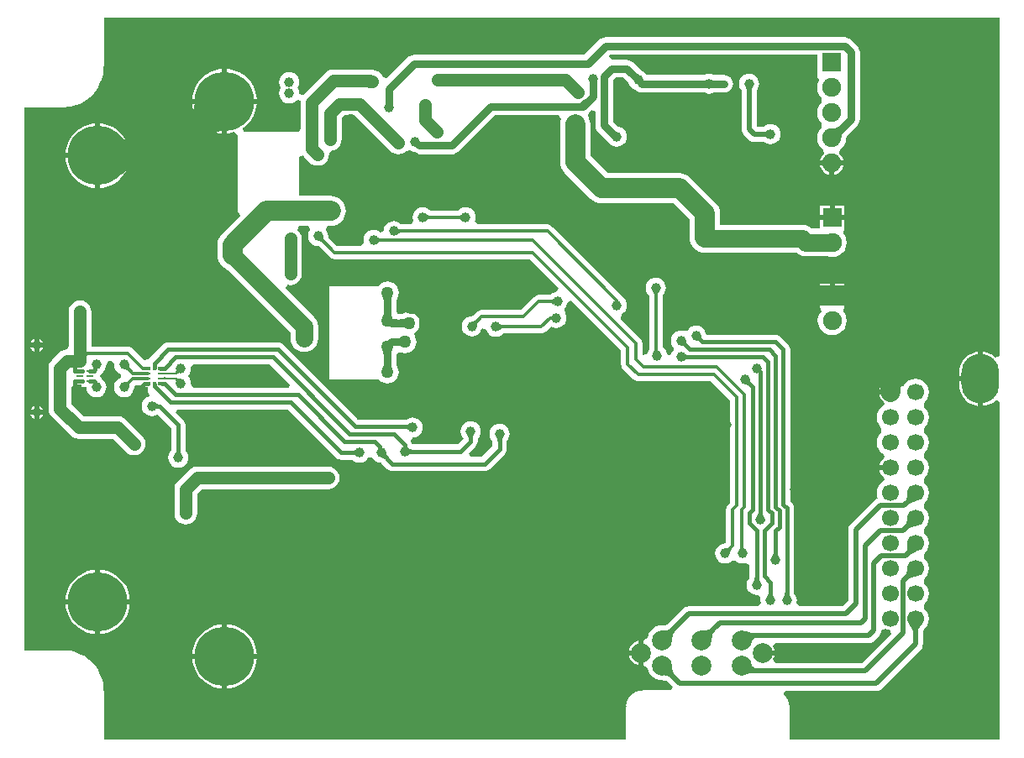
<source format=gbl>
G04*
G04 #@! TF.GenerationSoftware,Altium Limited,Altium Designer,19.1.8 (144)*
G04*
G04 Layer_Physical_Order=2*
G04 Layer_Color=16711680*
%FSLAX25Y25*%
%MOIN*%
G70*
G01*
G75*
%ADD16C,0.00800*%
%ADD75R,0.07480X0.07480*%
%ADD83C,0.03347*%
%ADD88C,0.07000*%
%ADD89C,0.10000*%
%ADD90C,0.05000*%
%ADD91C,0.02000*%
%ADD92C,0.08000*%
%ADD93C,0.01200*%
%ADD94C,0.03000*%
%ADD95C,0.01500*%
%ADD97C,0.07480*%
%ADD98C,0.06693*%
%ADD99C,0.07874*%
%ADD100C,0.23622*%
%ADD101O,0.15000X0.19685*%
%ADD102C,0.03937*%
%ADD103C,0.05000*%
%ADD104C,0.03500*%
%ADD105R,0.01378X0.02480*%
%ADD106R,0.02284X0.01181*%
%ADD107R,0.02284X0.00984*%
%ADD108R,0.02953X0.00984*%
G36*
X489285Y254960D02*
X488363Y254476D01*
X487785Y254366D01*
X486635Y255310D01*
X485158Y256100D01*
X483556Y256586D01*
X482890Y256651D01*
Y245866D01*
Y235081D01*
X483556Y235146D01*
X485158Y235633D01*
X486635Y236422D01*
X487785Y237366D01*
X488363Y237256D01*
X489285Y236772D01*
Y102447D01*
X405990D01*
Y115748D01*
X405963Y115884D01*
X405975Y116022D01*
X405876Y116898D01*
X405793Y117160D01*
X405754Y117432D01*
X405463Y118264D01*
X405323Y118501D01*
X405225Y118758D01*
X404756Y119505D01*
X404567Y119704D01*
X404415Y119933D01*
X403873Y120474D01*
X403904Y120866D01*
X404186Y121641D01*
X404408Y121974D01*
X440500D01*
X441283Y122077D01*
X442013Y122380D01*
X442640Y122860D01*
X458140Y138360D01*
X458621Y138987D01*
X458923Y139717D01*
X459026Y140500D01*
Y145161D01*
X459037Y145207D01*
X459046Y145411D01*
X459061Y145520D01*
X459087Y145631D01*
X459125Y145747D01*
X459178Y145871D01*
X459249Y146005D01*
X459341Y146151D01*
X459458Y146308D01*
X459600Y146476D01*
X459774Y146657D01*
X459813Y146687D01*
X460670Y147804D01*
X461209Y149104D01*
X461393Y150500D01*
X461209Y151896D01*
X460670Y153196D01*
X459813Y154313D01*
X459445Y154596D01*
Y156404D01*
X459813Y156687D01*
X460670Y157804D01*
X461209Y159104D01*
X461393Y160500D01*
X461209Y161896D01*
X460670Y163196D01*
X459813Y164313D01*
X459445Y164596D01*
Y166404D01*
X459813Y166687D01*
X460670Y167804D01*
X461209Y169104D01*
X461393Y170500D01*
X461209Y171896D01*
X460670Y173196D01*
X459813Y174313D01*
X459445Y174596D01*
Y176404D01*
X459813Y176687D01*
X460670Y177804D01*
X461209Y179104D01*
X461393Y180500D01*
X461209Y181896D01*
X460670Y183196D01*
X459813Y184313D01*
X459445Y184596D01*
Y186404D01*
X459813Y186687D01*
X460670Y187804D01*
X461209Y189104D01*
X461393Y190500D01*
X461209Y191896D01*
X460670Y193196D01*
X459813Y194313D01*
X459445Y194596D01*
Y196404D01*
X459813Y196687D01*
X460670Y197804D01*
X461209Y199104D01*
X461393Y200500D01*
X461209Y201896D01*
X460670Y203196D01*
X459813Y204313D01*
X459445Y204596D01*
Y206404D01*
X459813Y206687D01*
X460670Y207804D01*
X461209Y209104D01*
X461393Y210500D01*
X461209Y211896D01*
X460670Y213196D01*
X459813Y214313D01*
X459445Y214596D01*
Y216404D01*
X459813Y216687D01*
X460670Y217804D01*
X461209Y219104D01*
X461393Y220500D01*
X461209Y221896D01*
X460670Y223196D01*
X459813Y224313D01*
X459445Y224596D01*
Y226404D01*
X459813Y226687D01*
X460670Y227804D01*
X461209Y229104D01*
X461393Y230500D01*
X461209Y231896D01*
X460670Y233196D01*
X459813Y234313D01*
X459445Y234596D01*
Y236404D01*
X459813Y236687D01*
X460670Y237804D01*
X461209Y239104D01*
X461393Y240500D01*
X461209Y241896D01*
X460670Y243196D01*
X459813Y244313D01*
X458696Y245170D01*
X457396Y245709D01*
X456000Y245893D01*
X454604Y245709D01*
X453304Y245170D01*
X452187Y244313D01*
X451330Y243196D01*
X451271Y243053D01*
X450596Y242888D01*
X449602Y242945D01*
X449100Y243600D01*
X448192Y244297D01*
X447135Y244735D01*
X447000Y244752D01*
Y240500D01*
X446000D01*
Y239500D01*
X441748D01*
X441765Y239365D01*
X442203Y238308D01*
X442900Y237400D01*
X443555Y236898D01*
X443612Y235904D01*
X443447Y235229D01*
X443304Y235170D01*
X442187Y234313D01*
X441330Y233196D01*
X440791Y231896D01*
X440607Y230500D01*
X440791Y229104D01*
X441330Y227804D01*
X442187Y226687D01*
X442555Y226404D01*
Y224596D01*
X442187Y224313D01*
X441330Y223196D01*
X440791Y221896D01*
X440607Y220500D01*
X440791Y219104D01*
X441330Y217804D01*
X442187Y216687D01*
X443304Y215830D01*
X443447Y215771D01*
X443612Y215096D01*
X443555Y214102D01*
X442900Y213600D01*
X442203Y212692D01*
X441765Y211635D01*
X441748Y211500D01*
X446000D01*
Y209500D01*
X441748D01*
X441765Y209365D01*
X442203Y208308D01*
X442900Y207400D01*
X443555Y206898D01*
X443612Y205904D01*
X443447Y205229D01*
X443304Y205170D01*
X442187Y204313D01*
X441330Y203196D01*
X440791Y201896D01*
X440607Y200500D01*
X440791Y199104D01*
X441094Y198372D01*
X440487Y198120D01*
X439860Y197640D01*
X430360Y188140D01*
X429880Y187513D01*
X429577Y186783D01*
X429474Y186000D01*
Y157753D01*
X427247Y155526D01*
X409894D01*
X408874Y156954D01*
X408875Y157026D01*
X409003Y158000D01*
X408866Y159036D01*
X408466Y160001D01*
X407915Y160720D01*
X407863Y160803D01*
X407804Y160866D01*
X407801Y160879D01*
X407796Y160905D01*
X407792Y160946D01*
X407788Y161068D01*
X407774Y161129D01*
Y194500D01*
X407679Y195218D01*
X407402Y195887D01*
X406961Y196461D01*
X406274Y197149D01*
Y257500D01*
X406179Y258218D01*
X405902Y258887D01*
X405461Y259461D01*
X402461Y262461D01*
X401887Y262902D01*
X401218Y263179D01*
X400500Y263274D01*
X372967D01*
X372866Y264036D01*
X372466Y265001D01*
X371830Y265830D01*
X371001Y266466D01*
X370036Y266866D01*
X369000Y267003D01*
X367964Y266866D01*
X366999Y266466D01*
X366170Y265830D01*
X365991Y265598D01*
X365464Y264995D01*
X364036Y264866D01*
X363000Y265003D01*
X361964Y264866D01*
X360999Y264467D01*
X360170Y263830D01*
X359534Y263001D01*
X359134Y262036D01*
X358997Y261000D01*
X359134Y259964D01*
X359534Y258999D01*
X360170Y258170D01*
Y257330D01*
X359534Y256501D01*
X359134Y255536D01*
X358344Y255187D01*
X357406Y255736D01*
X357366Y256036D01*
X356966Y257001D01*
X356330Y257830D01*
X355644Y258357D01*
X355622Y258377D01*
Y278794D01*
X355637Y278854D01*
X355641Y278930D01*
X355641Y278931D01*
X355650Y278949D01*
X355669Y278978D01*
X355700Y279020D01*
X355745Y279074D01*
X355848Y279181D01*
X355893Y279251D01*
X356467Y279999D01*
X356866Y280964D01*
X357003Y282000D01*
X356866Y283036D01*
X356467Y284001D01*
X355830Y284830D01*
X355001Y285467D01*
X354036Y285866D01*
X353000Y286003D01*
X351964Y285866D01*
X350999Y285467D01*
X350170Y284830D01*
X349534Y284001D01*
X349134Y283036D01*
X348997Y282000D01*
X349134Y280964D01*
X349534Y279999D01*
X350107Y279251D01*
X350152Y279181D01*
X350255Y279074D01*
X350300Y279020D01*
X350331Y278978D01*
X350350Y278949D01*
X350359Y278931D01*
X350360Y278930D01*
X350363Y278854D01*
X350378Y278794D01*
Y258066D01*
X350376Y258061D01*
X350378Y258039D01*
Y257952D01*
X350362Y257886D01*
X350359Y257792D01*
X350355Y257759D01*
X350348Y257715D01*
X350341Y257684D01*
X350273Y257480D01*
X350253Y257430D01*
X350122Y257165D01*
X350041Y257023D01*
X350032Y256998D01*
X349634Y256036D01*
X348023Y255294D01*
X347622Y255543D01*
Y260000D01*
X347622Y260000D01*
X347533Y260679D01*
X347271Y261311D01*
X346854Y261854D01*
X346854Y261854D01*
X338961Y269748D01*
X339356Y271474D01*
X339501Y271533D01*
X340330Y272170D01*
X340967Y272999D01*
X341366Y273964D01*
X341503Y275000D01*
X341366Y276036D01*
X340967Y277001D01*
X340330Y277830D01*
X339803Y278235D01*
X339771Y278311D01*
X339354Y278854D01*
X339354Y278854D01*
X311854Y306354D01*
X311311Y306771D01*
X310679Y307033D01*
X310000Y307122D01*
X310000Y307122D01*
X282166D01*
X281972Y307264D01*
X281225Y308622D01*
X281366Y308964D01*
X281503Y310000D01*
X281366Y311036D01*
X280966Y312001D01*
X280330Y312830D01*
X279501Y313467D01*
X278536Y313866D01*
X277500Y314003D01*
X276464Y313866D01*
X275499Y313467D01*
X274751Y312893D01*
X274681Y312848D01*
X274574Y312745D01*
X274520Y312700D01*
X274478Y312669D01*
X274449Y312650D01*
X274431Y312641D01*
X274430Y312641D01*
X274354Y312637D01*
X274294Y312622D01*
X263706D01*
X263646Y312637D01*
X263570Y312641D01*
X263569Y312641D01*
X263551Y312650D01*
X263522Y312669D01*
X263480Y312700D01*
X263426Y312745D01*
X263319Y312848D01*
X263249Y312893D01*
X262501Y313467D01*
X261536Y313866D01*
X260500Y314003D01*
X259464Y313866D01*
X258499Y313467D01*
X257670Y312830D01*
X257033Y312001D01*
X256634Y311036D01*
X256497Y310000D01*
X256634Y308964D01*
X256775Y308622D01*
X256028Y307264D01*
X255834Y307122D01*
X252206D01*
X252146Y307137D01*
X252070Y307140D01*
X252069Y307141D01*
X252051Y307150D01*
X252022Y307169D01*
X251980Y307200D01*
X251926Y307245D01*
X251819Y307348D01*
X251749Y307393D01*
X251001Y307966D01*
X250036Y308366D01*
X249000Y308503D01*
X247964Y308366D01*
X246999Y307966D01*
X246170Y307330D01*
X245533Y306501D01*
X245134Y305536D01*
X245029Y304738D01*
X244958Y304649D01*
X244548Y304361D01*
X243544Y304050D01*
X243001Y304467D01*
X242036Y304866D01*
X241000Y305003D01*
X239964Y304866D01*
X238999Y304467D01*
X238170Y303830D01*
X237533Y303001D01*
X237134Y302036D01*
X236997Y301000D01*
X237113Y300122D01*
X237057Y299868D01*
X236066Y298622D01*
X226586D01*
X223121Y302087D01*
X223089Y302140D01*
X223038Y302196D01*
X223038Y302197D01*
X223032Y302216D01*
X223024Y302250D01*
X223016Y302302D01*
X223010Y302372D01*
X223007Y302520D01*
X222989Y302602D01*
X222866Y303536D01*
X222466Y304501D01*
X222106Y304971D01*
X222521Y306167D01*
X222772Y306471D01*
X224000D01*
X225176Y306587D01*
X226307Y306930D01*
X227349Y307487D01*
X228263Y308237D01*
X229013Y309151D01*
X229570Y310193D01*
X229913Y311324D01*
X230029Y312500D01*
X229913Y313676D01*
X229570Y314807D01*
X229013Y315849D01*
X228263Y316763D01*
X227349Y317513D01*
X226307Y318070D01*
X225176Y318413D01*
X224000Y318529D01*
X211500D01*
Y333968D01*
X213000Y334477D01*
X213317Y334064D01*
X215591Y331791D01*
X216531Y331069D01*
X217625Y330616D01*
X218800Y330461D01*
X219975Y330616D01*
X221069Y331069D01*
X222009Y331791D01*
X222731Y332731D01*
X223184Y333825D01*
X223339Y335000D01*
X223338Y335009D01*
X223421Y335272D01*
X224560Y336560D01*
X224570Y336562D01*
X224975Y336616D01*
X226069Y337069D01*
X227009Y337791D01*
X227731Y338731D01*
X228184Y339825D01*
X228339Y341000D01*
Y349420D01*
X229380Y350461D01*
X233420D01*
X247591Y336291D01*
X248531Y335569D01*
X249625Y335116D01*
X250800Y334961D01*
X251975Y335116D01*
X253069Y335569D01*
X254009Y336291D01*
X254049Y336343D01*
X255499Y336533D01*
X256310Y336197D01*
X256504Y336004D01*
X257235Y335443D01*
X258086Y335090D01*
X259000Y334970D01*
X272000D01*
X272914Y335090D01*
X273765Y335443D01*
X274496Y336004D01*
X288962Y350470D01*
X314351D01*
X314861Y349920D01*
X315328Y348970D01*
X315087Y348176D01*
X314971Y347000D01*
Y332000D01*
X315087Y330824D01*
X315430Y329693D01*
X315987Y328650D01*
X316737Y327737D01*
X327237Y317237D01*
X328151Y316487D01*
X329193Y315930D01*
X330324Y315587D01*
X331500Y315471D01*
X360003D01*
X366471Y309003D01*
Y302000D01*
X366587Y300824D01*
X366930Y299693D01*
X367487Y298651D01*
X368237Y297737D01*
X369150Y296987D01*
X370193Y296430D01*
X371324Y296087D01*
X372500Y295971D01*
X372706Y295991D01*
X373000Y295953D01*
X373000Y295953D01*
X408740D01*
X409726Y295196D01*
X411064Y294642D01*
X412500Y294453D01*
X421373D01*
X421482Y294408D01*
X422980Y294210D01*
X424479Y294408D01*
X425875Y294986D01*
X427074Y295906D01*
X427994Y297105D01*
X428573Y298501D01*
X428770Y300000D01*
X428573Y301499D01*
X427994Y302895D01*
X427331Y303760D01*
X427740Y305260D01*
X427740D01*
Y309000D01*
X423000D01*
X418260D01*
Y305547D01*
X414760D01*
X413774Y306304D01*
X412436Y306858D01*
X411000Y307048D01*
X378529D01*
Y311500D01*
X378529Y311500D01*
X378413Y312676D01*
X378070Y313807D01*
X377513Y314849D01*
X376763Y315763D01*
X376763Y315763D01*
X366763Y325763D01*
X365849Y326513D01*
X364807Y327070D01*
X363676Y327413D01*
X362500Y327529D01*
X333997D01*
X327029Y334497D01*
Y347000D01*
X326913Y348176D01*
X326570Y349307D01*
X326403Y349621D01*
X326031Y350392D01*
X326496Y351504D01*
X327584Y352591D01*
X328970Y352017D01*
Y346500D01*
X329090Y345586D01*
X329443Y344735D01*
X330004Y344004D01*
X334115Y339893D01*
X334670Y339170D01*
X335499Y338533D01*
X336464Y338134D01*
X337500Y337997D01*
X338536Y338134D01*
X339501Y338533D01*
X340330Y339170D01*
X340967Y339999D01*
X341366Y340964D01*
X341503Y342000D01*
X341366Y343036D01*
X340967Y344001D01*
X340330Y344830D01*
X339501Y345466D01*
X338536Y345866D01*
X338064Y345929D01*
X336030Y347962D01*
Y364538D01*
X336962Y365470D01*
X340038D01*
X342197Y363310D01*
X342533Y362499D01*
X343170Y361670D01*
X343999Y361034D01*
X344810Y360697D01*
X345004Y360504D01*
X345735Y359943D01*
X346586Y359590D01*
X347500Y359470D01*
X347500Y359470D01*
X372304D01*
X373116Y359134D01*
X374152Y358997D01*
X375188Y359134D01*
X375999Y359470D01*
X380152D01*
X381065Y359590D01*
X381917Y359943D01*
X382648Y360504D01*
X383209Y361235D01*
X383561Y362086D01*
X383682Y363000D01*
X383561Y363914D01*
X383209Y364765D01*
X382648Y365496D01*
X381917Y366057D01*
X381065Y366410D01*
X380152Y366530D01*
X375999D01*
X375188Y366866D01*
X374152Y367003D01*
X373116Y366866D01*
X372304Y366530D01*
X349444D01*
X348830Y367330D01*
X348001Y367967D01*
X347190Y368303D01*
X343996Y371496D01*
X343265Y372057D01*
X342414Y372410D01*
X341500Y372530D01*
X335500D01*
X335284Y372502D01*
X334459Y373906D01*
X334877Y374470D01*
X417060D01*
Y365760D01*
X417060D01*
X417643Y364502D01*
X417730Y364260D01*
X417208Y362999D01*
X417010Y361500D01*
X417208Y360001D01*
X417786Y358605D01*
X418706Y357406D01*
X418910Y357250D01*
Y355750D01*
X418706Y355594D01*
X417786Y354395D01*
X417208Y352998D01*
X417010Y351500D01*
X417208Y350002D01*
X417786Y348605D01*
X418706Y347406D01*
X418910Y347250D01*
Y345750D01*
X418706Y345594D01*
X417786Y344395D01*
X417208Y342999D01*
X417010Y341500D01*
X417208Y340002D01*
X417786Y338605D01*
X418706Y337406D01*
X419476Y336815D01*
X419667Y335417D01*
X419574Y334999D01*
X419419Y334881D01*
X418659Y333891D01*
X418182Y332737D01*
X418151Y332500D01*
X422800D01*
X427449D01*
X427418Y332737D01*
X426940Y333891D01*
X426181Y334881D01*
X426026Y334999D01*
X425933Y335417D01*
X426124Y336815D01*
X426894Y337406D01*
X427814Y338605D01*
X428392Y340002D01*
X428543Y341143D01*
X428573Y341254D01*
X428589Y341479D01*
X428610Y341614D01*
X428643Y341748D01*
X428688Y341886D01*
X428749Y342028D01*
X428828Y342178D01*
X428927Y342336D01*
X429048Y342502D01*
X429194Y342678D01*
X429407Y342903D01*
X429426Y342934D01*
X432996Y346504D01*
X433557Y347235D01*
X433910Y348086D01*
X434030Y349000D01*
Y375500D01*
X433910Y376414D01*
X433557Y377265D01*
X432996Y377996D01*
X430496Y380496D01*
X429765Y381057D01*
X428914Y381410D01*
X428000Y381530D01*
X333000D01*
X332086Y381410D01*
X331235Y381057D01*
X330504Y380496D01*
X330504Y380496D01*
X324538Y374530D01*
X257000D01*
X257000Y374530D01*
X256086Y374410D01*
X255235Y374057D01*
X254504Y373496D01*
X246270Y365262D01*
X244643Y365757D01*
X244431Y366269D01*
X243709Y367209D01*
X242769Y367931D01*
X241675Y368384D01*
X240678Y368515D01*
X240448Y368611D01*
X239274Y368765D01*
X225026D01*
X225026Y368765D01*
X223852Y368611D01*
X222757Y368157D01*
X221817Y367436D01*
X221817Y367436D01*
X213317Y358936D01*
X212939Y358443D01*
X211504Y359037D01*
X211529Y359226D01*
X211393Y360262D01*
X210993Y361228D01*
X210802Y361476D01*
X210993Y361725D01*
X211393Y362690D01*
X211529Y363726D01*
X211393Y364762D01*
X210993Y365728D01*
X210357Y366557D01*
X209528Y367193D01*
X208562Y367593D01*
X207526Y367729D01*
X206490Y367593D01*
X205525Y367193D01*
X204696Y366557D01*
X204060Y365728D01*
X203660Y364762D01*
X203524Y363726D01*
X203660Y362690D01*
X204060Y361725D01*
X204251Y361476D01*
X204060Y361228D01*
X203660Y360262D01*
X203524Y359226D01*
X203660Y358190D01*
X204060Y357225D01*
X204696Y356396D01*
X205525Y355760D01*
X206490Y355360D01*
X207526Y355224D01*
X208562Y355360D01*
X209528Y355760D01*
X210357Y356396D01*
X210605Y356720D01*
X212040Y356126D01*
X211988Y355726D01*
Y345298D01*
X211500Y344000D01*
X210488Y344000D01*
X189530D01*
X189107Y345500D01*
X189443Y345706D01*
X190977Y347016D01*
X192286Y348549D01*
X193340Y350268D01*
X194111Y352131D01*
X194582Y354092D01*
X194662Y355102D01*
X182890D01*
Y343330D01*
X183900Y343410D01*
X185500Y343794D01*
X186443Y343292D01*
X187000Y342729D01*
Y312000D01*
X187514D01*
X188088Y310614D01*
X180737Y303263D01*
X179987Y302349D01*
X179430Y301307D01*
X179087Y300176D01*
X178971Y299000D01*
Y295000D01*
X179087Y293824D01*
X179430Y292693D01*
X179987Y291651D01*
X180737Y290737D01*
X181650Y289987D01*
X182693Y289430D01*
X182739Y289416D01*
X207952Y264202D01*
Y262000D01*
X208142Y260564D01*
X208696Y259226D01*
X209577Y258077D01*
X210726Y257196D01*
X212064Y256642D01*
X213500Y256452D01*
X214936Y256642D01*
X216274Y257196D01*
X217423Y258077D01*
X218304Y259226D01*
X218858Y260564D01*
X219047Y262000D01*
Y266500D01*
X219047Y266500D01*
X218858Y267936D01*
X218304Y269274D01*
X217423Y270423D01*
X217423Y270423D01*
X206019Y281826D01*
X206794Y283065D01*
X206855Y283112D01*
X208000Y282961D01*
X209175Y283116D01*
X210269Y283569D01*
X211209Y284291D01*
X211931Y285231D01*
X212384Y286325D01*
X212539Y287500D01*
Y301500D01*
X212384Y302675D01*
X211931Y303769D01*
X211209Y304709D01*
X210869Y304971D01*
X211378Y306471D01*
X215228D01*
X215479Y306167D01*
X215894Y304971D01*
X215533Y304501D01*
X215134Y303536D01*
X214997Y302500D01*
X215134Y301464D01*
X215533Y300499D01*
X216170Y299670D01*
X216999Y299033D01*
X217964Y298634D01*
X218898Y298511D01*
X218980Y298493D01*
X219128Y298490D01*
X219198Y298484D01*
X219250Y298476D01*
X219284Y298468D01*
X219303Y298462D01*
X219304Y298462D01*
X219360Y298411D01*
X219413Y298379D01*
X223646Y294146D01*
X223646Y294146D01*
X224189Y293729D01*
X224821Y293467D01*
X225500Y293378D01*
X225500Y293378D01*
X302914D01*
X314317Y281974D01*
X314162Y281252D01*
X313706Y280464D01*
X312964Y280366D01*
X311999Y279966D01*
X311251Y279393D01*
X311181Y279348D01*
X311074Y279245D01*
X311020Y279200D01*
X310978Y279169D01*
X310949Y279150D01*
X310931Y279141D01*
X310930Y279140D01*
X310854Y279137D01*
X310794Y279122D01*
X306500D01*
X306500Y279122D01*
X305821Y279033D01*
X305189Y278771D01*
X304646Y278354D01*
X304646Y278354D01*
X299414Y273122D01*
X283750D01*
X283750Y273122D01*
X283071Y273033D01*
X282439Y272771D01*
X281896Y272354D01*
X281896Y272354D01*
X280413Y270871D01*
X280360Y270839D01*
X280304Y270788D01*
X280303Y270788D01*
X280284Y270782D01*
X280250Y270774D01*
X280198Y270766D01*
X280128Y270760D01*
X279979Y270757D01*
X279898Y270739D01*
X278964Y270616D01*
X277999Y270216D01*
X277170Y269580D01*
X276534Y268751D01*
X276134Y267786D01*
X275997Y266750D01*
X276134Y265714D01*
X276534Y264749D01*
X277170Y263920D01*
X277999Y263283D01*
X278964Y262884D01*
X280000Y262747D01*
X281036Y262884D01*
X282001Y263283D01*
X282830Y263920D01*
X283467Y264749D01*
X283834Y265636D01*
X283892Y265731D01*
X284070Y265850D01*
X284946Y265634D01*
X285716Y265265D01*
X286034Y264499D01*
X286670Y263670D01*
X287499Y263034D01*
X288464Y262634D01*
X289500Y262497D01*
X290536Y262634D01*
X291501Y263034D01*
X292249Y263607D01*
X292319Y263652D01*
X292426Y263755D01*
X292480Y263800D01*
X292522Y263831D01*
X292551Y263850D01*
X292569Y263859D01*
X292570Y263860D01*
X292646Y263863D01*
X292706Y263878D01*
X307500D01*
X307500Y263878D01*
X308179Y263967D01*
X308811Y264229D01*
X309354Y264646D01*
X311353Y266645D01*
X311499Y266533D01*
X312464Y266134D01*
X313500Y265997D01*
X314536Y266134D01*
X315501Y266533D01*
X316330Y267170D01*
X316967Y267999D01*
X317366Y268964D01*
X317503Y270000D01*
X317366Y271036D01*
X316967Y272001D01*
X316953Y272018D01*
X316830Y273670D01*
X317466Y274499D01*
X317866Y275464D01*
X317964Y276206D01*
X318752Y276662D01*
X319474Y276817D01*
X339253Y257039D01*
Y251625D01*
X339253Y251625D01*
X339342Y250946D01*
X339604Y250314D01*
X340021Y249771D01*
X344146Y245646D01*
X344146Y245646D01*
X344689Y245229D01*
X345321Y244967D01*
X346000Y244878D01*
X346000Y244878D01*
X374914D01*
X382378Y237414D01*
Y196586D01*
X381646Y195854D01*
X381229Y195311D01*
X380967Y194679D01*
X380878Y194000D01*
X380878Y194000D01*
Y180600D01*
X380860Y180589D01*
X380804Y180538D01*
X380803Y180538D01*
X380784Y180532D01*
X380750Y180524D01*
X380698Y180516D01*
X380628Y180510D01*
X380480Y180507D01*
X380398Y180489D01*
X379464Y180366D01*
X378499Y179966D01*
X377670Y179330D01*
X377033Y178501D01*
X376634Y177536D01*
X376497Y176500D01*
X376634Y175464D01*
X377033Y174499D01*
X377670Y173670D01*
X378499Y173033D01*
X379464Y172634D01*
X380500Y172497D01*
X381536Y172634D01*
X382501Y173033D01*
X383330Y173670D01*
X384670D01*
X385499Y173033D01*
X386464Y172634D01*
X387500Y172497D01*
X388536Y172634D01*
X388726Y172713D01*
X390226Y171799D01*
Y167129D01*
X390212Y167068D01*
X390208Y166946D01*
X390204Y166905D01*
X390199Y166879D01*
X390196Y166866D01*
X390137Y166804D01*
X390085Y166720D01*
X389533Y166001D01*
X389134Y165036D01*
X388997Y164000D01*
X389134Y162964D01*
X389533Y161999D01*
X390170Y161170D01*
X390999Y160533D01*
X391964Y160134D01*
X393000Y159997D01*
X393432Y160054D01*
X394138Y159456D01*
X394484Y159024D01*
X394596Y158748D01*
X394497Y158000D01*
X394625Y157026D01*
X394626Y156954D01*
X393606Y155526D01*
X366083D01*
X365300Y155423D01*
X364570Y155121D01*
X363943Y154640D01*
X357841Y148537D01*
X357805Y148516D01*
X357640Y148368D01*
X357539Y148295D01*
X357414Y148222D01*
X357260Y148151D01*
X357072Y148084D01*
X356848Y148023D01*
X356586Y147972D01*
X356285Y147934D01*
X355946Y147911D01*
X355522Y147905D01*
X355443Y147888D01*
X354348Y147780D01*
X353229Y147441D01*
X352197Y146889D01*
X351293Y146148D01*
X350551Y145244D01*
X350000Y144212D01*
X349661Y143093D01*
X349649Y142979D01*
X349232Y142545D01*
X348244Y141951D01*
Y137008D01*
Y132065D01*
X349232Y131471D01*
X349649Y131037D01*
X349661Y130923D01*
X350000Y129804D01*
X350551Y128772D01*
X351293Y127868D01*
X352197Y127126D01*
X353229Y126575D01*
X354348Y126235D01*
X355443Y126128D01*
X355522Y126111D01*
X355946Y126105D01*
X356285Y126082D01*
X356586Y126044D01*
X356848Y125993D01*
X357072Y125932D01*
X357260Y125865D01*
X357414Y125793D01*
X357539Y125721D01*
X357640Y125648D01*
X357805Y125500D01*
X357841Y125478D01*
X359687Y123632D01*
X359066Y122132D01*
X347638D01*
X347502Y122105D01*
X347364Y122117D01*
X346488Y122018D01*
X346226Y121934D01*
X345953Y121896D01*
X345121Y121605D01*
X344884Y121465D01*
X344628Y121367D01*
X343881Y120898D01*
X343681Y120709D01*
X343453Y120556D01*
X342829Y119933D01*
X342677Y119704D01*
X342488Y119505D01*
X342019Y118758D01*
X341921Y118501D01*
X341781Y118264D01*
X341490Y117432D01*
X341451Y117160D01*
X341368Y116898D01*
X341269Y116022D01*
X341281Y115884D01*
X341254Y115748D01*
Y102447D01*
X133943D01*
Y121850D01*
X133922Y121956D01*
X133934Y122064D01*
X133724Y124456D01*
X133664Y124662D01*
X133650Y124876D01*
X133029Y127197D01*
X132934Y127389D01*
X132883Y127597D01*
X131868Y129774D01*
X131741Y129947D01*
X131654Y130144D01*
X130277Y132111D01*
X130122Y132260D01*
X130002Y132438D01*
X128304Y134136D01*
X128126Y134256D01*
X127977Y134411D01*
X126010Y135788D01*
X125813Y135875D01*
X125640Y136002D01*
X123463Y137017D01*
X123255Y137068D01*
X123063Y137162D01*
X120743Y137784D01*
X120528Y137798D01*
X120323Y137858D01*
X117930Y138068D01*
X117822Y138056D01*
X117717Y138077D01*
X102447D01*
Y353655D01*
X117717D01*
X117822Y353676D01*
X117930Y353665D01*
X120323Y353874D01*
X120528Y353934D01*
X120743Y353948D01*
X123063Y354570D01*
X123255Y354665D01*
X123463Y354716D01*
X125640Y355731D01*
X125813Y355857D01*
X126010Y355944D01*
X127977Y357322D01*
X128126Y357477D01*
X128304Y357596D01*
X130002Y359294D01*
X130122Y359473D01*
X130277Y359621D01*
X131654Y361589D01*
X131741Y361785D01*
X131868Y361958D01*
X132883Y364135D01*
X132934Y364343D01*
X133029Y364536D01*
X133650Y366856D01*
X133664Y367070D01*
X133724Y367276D01*
X133934Y369669D01*
X133922Y369776D01*
X133943Y369882D01*
Y389285D01*
X489285D01*
Y254960D01*
D02*
G37*
G36*
X427924Y344303D02*
X427669Y344032D01*
X427439Y343757D01*
X427236Y343478D01*
X427058Y343194D01*
X426907Y342905D01*
X426781Y342612D01*
X426682Y342315D01*
X426608Y342013D01*
X426560Y341707D01*
X426539Y341396D01*
X422979Y345236D01*
X423289Y345235D01*
X423595Y345263D01*
X423897Y345319D01*
X424194Y345404D01*
X424487Y345517D01*
X424776Y345659D01*
X425061Y345830D01*
X425342Y346028D01*
X425618Y346256D01*
X425890Y346512D01*
X427924Y344303D01*
D02*
G37*
G36*
X276094Y308622D02*
X275940Y308770D01*
X275784Y308902D01*
X275625Y309019D01*
X275464Y309120D01*
X275300Y309206D01*
X275134Y309276D01*
X274965Y309330D01*
X274794Y309369D01*
X274620Y309392D01*
X274444Y309400D01*
Y310600D01*
X274620Y310608D01*
X274794Y310631D01*
X274965Y310670D01*
X275134Y310724D01*
X275300Y310794D01*
X275464Y310880D01*
X275625Y310981D01*
X275784Y311098D01*
X275940Y311230D01*
X276094Y311378D01*
Y308622D01*
D02*
G37*
G36*
X262059Y311230D02*
X262216Y311098D01*
X262375Y310981D01*
X262536Y310880D01*
X262700Y310794D01*
X262866Y310724D01*
X263035Y310670D01*
X263206Y310631D01*
X263380Y310608D01*
X263556Y310600D01*
Y309400D01*
X263380Y309392D01*
X263206Y309369D01*
X263035Y309330D01*
X262866Y309276D01*
X262700Y309206D01*
X262536Y309120D01*
X262375Y309019D01*
X262216Y308902D01*
X262059Y308770D01*
X261906Y308622D01*
Y311378D01*
X262059Y311230D01*
D02*
G37*
G36*
X250559Y305730D02*
X250716Y305598D01*
X250875Y305481D01*
X251036Y305380D01*
X251200Y305294D01*
X251366Y305224D01*
X251535Y305170D01*
X251706Y305131D01*
X251880Y305108D01*
X252056Y305100D01*
Y303900D01*
X251880Y303892D01*
X251706Y303869D01*
X251535Y303830D01*
X251366Y303776D01*
X251200Y303706D01*
X251036Y303620D01*
X250875Y303519D01*
X250716Y303402D01*
X250559Y303270D01*
X250406Y303122D01*
Y305878D01*
X250559Y305730D01*
D02*
G37*
G36*
X220973Y302267D02*
X220990Y302063D01*
X221019Y301868D01*
X221062Y301683D01*
X221117Y301506D01*
X221185Y301339D01*
X221266Y301182D01*
X221360Y301033D01*
X221466Y300893D01*
X221585Y300763D01*
X220737Y299915D01*
X220606Y300034D01*
X220467Y300140D01*
X220319Y300234D01*
X220161Y300315D01*
X219994Y300383D01*
X219817Y300438D01*
X219632Y300481D01*
X219437Y300510D01*
X219233Y300527D01*
X219020Y300532D01*
X220968Y302480D01*
X220973Y302267D01*
D02*
G37*
G36*
X242560Y302230D02*
X242716Y302098D01*
X242875Y301981D01*
X243036Y301880D01*
X243200Y301795D01*
X243366Y301725D01*
X243535Y301670D01*
X243706Y301631D01*
X243880Y301608D01*
X244056Y301600D01*
Y300400D01*
X243880Y300392D01*
X243706Y300369D01*
X243535Y300330D01*
X243366Y300275D01*
X243200Y300205D01*
X243036Y300120D01*
X242875Y300019D01*
X242716Y299902D01*
X242560Y299770D01*
X242406Y299622D01*
Y302378D01*
X242560Y302230D01*
D02*
G37*
G36*
X354230Y280440D02*
X354098Y280284D01*
X353981Y280125D01*
X353880Y279964D01*
X353795Y279800D01*
X353725Y279634D01*
X353670Y279465D01*
X353631Y279294D01*
X353608Y279120D01*
X353600Y278944D01*
X352400D01*
X352392Y279120D01*
X352369Y279294D01*
X352330Y279465D01*
X352275Y279634D01*
X352205Y279800D01*
X352120Y279964D01*
X352019Y280125D01*
X351902Y280284D01*
X351770Y280440D01*
X351622Y280594D01*
X354378D01*
X354230Y280440D01*
D02*
G37*
G36*
X312594Y275122D02*
X312440Y275270D01*
X312284Y275402D01*
X312125Y275519D01*
X311964Y275620D01*
X311800Y275706D01*
X311634Y275776D01*
X311465Y275830D01*
X311294Y275869D01*
X311120Y275892D01*
X310944Y275900D01*
Y277100D01*
X311120Y277108D01*
X311294Y277131D01*
X311465Y277170D01*
X311634Y277224D01*
X311800Y277294D01*
X311964Y277380D01*
X312125Y277481D01*
X312284Y277598D01*
X312440Y277730D01*
X312594Y277878D01*
Y275122D01*
D02*
G37*
G36*
X311632Y269380D02*
X311624Y269384D01*
X311604Y269387D01*
X311572Y269390D01*
X311401Y269397D01*
X311000Y269400D01*
Y270600D01*
X311632Y270620D01*
Y269380D01*
D02*
G37*
G36*
X282585Y268487D02*
X282466Y268356D01*
X282360Y268217D01*
X282266Y268069D01*
X282185Y267911D01*
X282117Y267744D01*
X282062Y267567D01*
X282019Y267382D01*
X281990Y267187D01*
X281973Y266983D01*
X281968Y266770D01*
X280020Y268718D01*
X280233Y268723D01*
X280437Y268740D01*
X280632Y268769D01*
X280817Y268812D01*
X280994Y268867D01*
X281161Y268935D01*
X281318Y269016D01*
X281467Y269110D01*
X281607Y269216D01*
X281737Y269335D01*
X282585Y268487D01*
D02*
G37*
G36*
X291059Y267730D02*
X291216Y267598D01*
X291375Y267481D01*
X291536Y267380D01*
X291700Y267295D01*
X291866Y267225D01*
X292035Y267170D01*
X292206Y267131D01*
X292380Y267108D01*
X292556Y267100D01*
Y265900D01*
X292380Y265892D01*
X292206Y265869D01*
X292035Y265830D01*
X291866Y265775D01*
X291700Y265705D01*
X291536Y265620D01*
X291375Y265519D01*
X291216Y265402D01*
X291059Y265270D01*
X290906Y265122D01*
Y267878D01*
X291059Y267730D01*
D02*
G37*
G36*
X370974Y262806D02*
X370993Y262636D01*
X371026Y262470D01*
X371074Y262307D01*
X371135Y262148D01*
X371210Y261992D01*
X371300Y261841D01*
X371403Y261693D01*
X371521Y261549D01*
X371652Y261408D01*
X370592Y260348D01*
X370451Y260479D01*
X370307Y260597D01*
X370159Y260700D01*
X370008Y260790D01*
X369852Y260865D01*
X369693Y260926D01*
X369531Y260974D01*
X369364Y261007D01*
X369194Y261026D01*
X369020Y261032D01*
X370968Y262980D01*
X370974Y262806D01*
D02*
G37*
G36*
X364974Y260806D02*
X364993Y260636D01*
X365026Y260470D01*
X365074Y260307D01*
X365135Y260148D01*
X365210Y259992D01*
X365300Y259841D01*
X365403Y259693D01*
X365521Y259549D01*
X365652Y259408D01*
X364592Y258348D01*
X364451Y258479D01*
X364307Y258597D01*
X364159Y258700D01*
X364008Y258790D01*
X363852Y258865D01*
X363693Y258926D01*
X363530Y258974D01*
X363364Y259007D01*
X363194Y259026D01*
X363020Y259032D01*
X364968Y260980D01*
X364974Y260806D01*
D02*
G37*
G36*
X353609Y257964D02*
X353635Y257789D01*
X353679Y257624D01*
X353740Y257467D01*
X353819Y257319D01*
X353915Y257180D01*
X354029Y257049D01*
X354160Y256927D01*
X354309Y256814D01*
X354476Y256710D01*
X351810Y256010D01*
X351922Y256205D01*
X352111Y256587D01*
X352188Y256772D01*
X352306Y257133D01*
X352347Y257308D01*
X352376Y257480D01*
X352394Y257648D01*
X352400Y257814D01*
X353600Y258147D01*
X353609Y257964D01*
D02*
G37*
G36*
X364532Y255759D02*
X364667Y255652D01*
X364808Y255558D01*
X364956Y255476D01*
X365112Y255407D01*
X365276Y255350D01*
X365446Y255307D01*
X365624Y255275D01*
X365809Y255256D01*
X366001Y255250D01*
Y253750D01*
X365809Y253744D01*
X365624Y253725D01*
X365446Y253694D01*
X365276Y253649D01*
X365112Y253593D01*
X364956Y253524D01*
X364808Y253442D01*
X364667Y253348D01*
X364532Y253241D01*
X364406Y253122D01*
Y255878D01*
X364532Y255759D01*
D02*
G37*
G36*
X390474Y245306D02*
X390493Y245136D01*
X390526Y244970D01*
X390574Y244807D01*
X390635Y244648D01*
X390710Y244492D01*
X390800Y244341D01*
X390903Y244193D01*
X391021Y244049D01*
X391152Y243908D01*
X390092Y242848D01*
X389951Y242979D01*
X389807Y243097D01*
X389659Y243200D01*
X389508Y243290D01*
X389352Y243365D01*
X389193Y243426D01*
X389031Y243474D01*
X388864Y243507D01*
X388694Y243526D01*
X388520Y243532D01*
X390468Y245480D01*
X390474Y245306D01*
D02*
G37*
G36*
X456320Y197169D02*
X455945Y197124D01*
X455248Y196982D01*
X454926Y196887D01*
X454623Y196774D01*
X454337Y196645D01*
X454069Y196499D01*
X453819Y196335D01*
X453587Y196156D01*
X453373Y195959D01*
X451801Y197216D01*
X452005Y197440D01*
X452184Y197679D01*
X452336Y197932D01*
X452462Y198200D01*
X452563Y198483D01*
X452637Y198780D01*
X452686Y199091D01*
X452708Y199417D01*
X452705Y199758D01*
X452676Y200113D01*
X456320Y197169D01*
D02*
G37*
G36*
X395256Y192809D02*
X395275Y192624D01*
X395306Y192446D01*
X395351Y192276D01*
X395407Y192112D01*
X395476Y191956D01*
X395558Y191808D01*
X395652Y191667D01*
X395759Y191533D01*
X395878Y191406D01*
X393122D01*
X393241Y191533D01*
X393348Y191667D01*
X393442Y191808D01*
X393524Y191956D01*
X393593Y192112D01*
X393650Y192276D01*
X393693Y192446D01*
X393725Y192624D01*
X393744Y192809D01*
X393750Y193001D01*
X395250D01*
X395256Y192809D01*
D02*
G37*
G36*
X455967Y187154D02*
X455599Y187147D01*
X455247Y187118D01*
X454913Y187068D01*
X454594Y186996D01*
X454292Y186903D01*
X454007Y186789D01*
X453738Y186653D01*
X453485Y186495D01*
X453249Y186316D01*
X453029Y186115D01*
X451615Y187529D01*
X451816Y187749D01*
X451995Y187985D01*
X452153Y188238D01*
X452289Y188507D01*
X452403Y188792D01*
X452496Y189094D01*
X452568Y189413D01*
X452618Y189748D01*
X452647Y190099D01*
X452654Y190466D01*
X455967Y187154D01*
D02*
G37*
G36*
X387609Y179464D02*
X387635Y179289D01*
X387679Y179124D01*
X387740Y178967D01*
X387819Y178819D01*
X387915Y178680D01*
X388029Y178549D01*
X388160Y178427D01*
X388309Y178314D01*
X388476Y178210D01*
X385810Y177510D01*
X385922Y177705D01*
X386111Y178087D01*
X386188Y178272D01*
X386306Y178633D01*
X386347Y178808D01*
X386376Y178980D01*
X386394Y179148D01*
X386400Y179314D01*
X387600Y179647D01*
X387609Y179464D01*
D02*
G37*
G36*
X383085Y178237D02*
X382966Y178106D01*
X382860Y177967D01*
X382766Y177819D01*
X382685Y177661D01*
X382617Y177494D01*
X382562Y177317D01*
X382519Y177132D01*
X382490Y176937D01*
X382473Y176733D01*
X382468Y176520D01*
X380520Y178468D01*
X380733Y178473D01*
X380937Y178490D01*
X381132Y178519D01*
X381317Y178562D01*
X381494Y178617D01*
X381661Y178685D01*
X381819Y178766D01*
X381967Y178860D01*
X382106Y178966D01*
X382237Y179085D01*
X383085Y178237D01*
D02*
G37*
G36*
X456674Y177222D02*
X456297Y177137D01*
X455598Y176930D01*
X455277Y176810D01*
X454976Y176677D01*
X454693Y176533D01*
X454429Y176376D01*
X454184Y176209D01*
X453959Y176029D01*
X453752Y175838D01*
X452016Y176930D01*
X452223Y177158D01*
X452400Y177399D01*
X452547Y177651D01*
X452664Y177916D01*
X452751Y178193D01*
X452808Y178482D01*
X452835Y178783D01*
X452832Y179097D01*
X452799Y179422D01*
X452736Y179760D01*
X456674Y177222D01*
D02*
G37*
G36*
X401256Y176809D02*
X401275Y176624D01*
X401306Y176446D01*
X401350Y176276D01*
X401407Y176112D01*
X401476Y175956D01*
X401558Y175808D01*
X401652Y175667D01*
X401759Y175532D01*
X401878Y175406D01*
X399122D01*
X399241Y175532D01*
X399348Y175667D01*
X399442Y175808D01*
X399524Y175956D01*
X399593Y176112D01*
X399650Y176276D01*
X399693Y176446D01*
X399725Y176624D01*
X399744Y176809D01*
X399750Y177001D01*
X401250D01*
X401256Y176809D01*
D02*
G37*
G36*
X455967Y167154D02*
X455599Y167147D01*
X455247Y167118D01*
X454913Y167068D01*
X454594Y166997D01*
X454292Y166903D01*
X454007Y166789D01*
X453738Y166653D01*
X453485Y166495D01*
X453249Y166316D01*
X453029Y166115D01*
X451615Y167529D01*
X451816Y167749D01*
X451995Y167985D01*
X452153Y168238D01*
X452289Y168507D01*
X452403Y168792D01*
X452496Y169094D01*
X452568Y169413D01*
X452618Y169747D01*
X452647Y170099D01*
X452654Y170466D01*
X455967Y167154D01*
D02*
G37*
G36*
X393756Y166809D02*
X393775Y166624D01*
X393807Y166446D01*
X393850Y166276D01*
X393907Y166112D01*
X393976Y165956D01*
X394058Y165808D01*
X394152Y165667D01*
X394259Y165533D01*
X394378Y165406D01*
X391622D01*
X391741Y165533D01*
X391848Y165667D01*
X391942Y165808D01*
X392024Y165956D01*
X392093Y166112D01*
X392149Y166276D01*
X392194Y166446D01*
X392225Y166624D01*
X392244Y166809D01*
X392250Y167001D01*
X393750D01*
X393756Y166809D01*
D02*
G37*
G36*
X405756Y160809D02*
X405775Y160624D01*
X405806Y160446D01*
X405851Y160276D01*
X405907Y160112D01*
X405976Y159957D01*
X406058Y159808D01*
X406152Y159667D01*
X406259Y159532D01*
X406378Y159406D01*
X403622D01*
X403741Y159532D01*
X403848Y159667D01*
X403942Y159808D01*
X404024Y159957D01*
X404093Y160112D01*
X404149Y160276D01*
X404193Y160446D01*
X404225Y160624D01*
X404244Y160809D01*
X404250Y161001D01*
X405750D01*
X405756Y160809D01*
D02*
G37*
G36*
X399256D02*
X399275Y160624D01*
X399307Y160446D01*
X399351Y160276D01*
X399407Y160112D01*
X399476Y159957D01*
X399558Y159808D01*
X399652Y159667D01*
X399759Y159532D01*
X399878Y159406D01*
X397122D01*
X397241Y159532D01*
X397348Y159667D01*
X397442Y159808D01*
X397524Y159957D01*
X397593Y160112D01*
X397650Y160276D01*
X397693Y160446D01*
X397725Y160624D01*
X397744Y160809D01*
X397750Y161001D01*
X399250D01*
X399256Y160809D01*
D02*
G37*
G36*
X458087Y147845D02*
X457859Y147577D01*
X457658Y147304D01*
X457483Y147029D01*
X457336Y146749D01*
X457215Y146466D01*
X457121Y146180D01*
X457054Y145890D01*
X457013Y145596D01*
X457000Y145299D01*
X455000D01*
X454987Y145596D01*
X454946Y145890D01*
X454879Y146180D01*
X454785Y146466D01*
X454664Y146749D01*
X454517Y147029D01*
X454342Y147304D01*
X454141Y147577D01*
X453913Y147845D01*
X453657Y148110D01*
X458343D01*
X458087Y147845D01*
D02*
G37*
G36*
X376330Y145585D02*
X376110Y145340D01*
X375914Y145070D01*
X375742Y144773D01*
X375593Y144450D01*
X375468Y144102D01*
X375366Y143727D01*
X375288Y143327D01*
X375234Y142900D01*
X375203Y142447D01*
X375197Y141969D01*
X371299Y145866D01*
X371778Y145873D01*
X372231Y145903D01*
X372657Y145958D01*
X373058Y146035D01*
X373433Y146137D01*
X373781Y146262D01*
X374104Y146411D01*
X374400Y146583D01*
X374671Y146779D01*
X374916Y146999D01*
X376330Y145585D01*
D02*
G37*
G36*
X360582D02*
X360362Y145340D01*
X360166Y145070D01*
X359994Y144773D01*
X359845Y144450D01*
X359720Y144102D01*
X359618Y143727D01*
X359540Y143327D01*
X359486Y142900D01*
X359455Y142447D01*
X359449Y141969D01*
X355551Y145866D01*
X356030Y145873D01*
X356483Y145903D01*
X356909Y145958D01*
X357310Y146035D01*
X357684Y146137D01*
X358033Y146262D01*
X358356Y146411D01*
X358652Y146583D01*
X358923Y146779D01*
X359168Y146999D01*
X360582Y145585D01*
D02*
G37*
G36*
X388606Y145561D02*
X390568Y145111D01*
X390910Y145062D01*
X391543Y145007D01*
X391834Y145000D01*
X393159Y143000D01*
X392798Y142981D01*
X392466Y142923D01*
X392164Y142826D01*
X391889Y142690D01*
X391644Y142516D01*
X391427Y142303D01*
X391240Y142051D01*
X391080Y141761D01*
X390950Y141432D01*
X390849Y141064D01*
X388163Y145693D01*
X388606Y145561D01*
D02*
G37*
G36*
X444865Y146265D02*
X445749Y146149D01*
X446168Y145458D01*
X446373Y144652D01*
X434747Y133026D01*
X400334D01*
X399588Y134518D01*
X400085Y135719D01*
X400124Y136008D01*
X395275D01*
Y138008D01*
X400124D01*
X400085Y138297D01*
X399588Y139498D01*
X400346Y140974D01*
X437500D01*
X438283Y141077D01*
X439013Y141379D01*
X439640Y141860D01*
X441640Y143860D01*
X442121Y144487D01*
X442423Y145217D01*
X442502Y145815D01*
X443093Y146248D01*
X444026Y146613D01*
X444865Y146265D01*
D02*
G37*
G36*
X390952Y132566D02*
X391081Y132237D01*
X391239Y131947D01*
X391425Y131696D01*
X391641Y131483D01*
X391886Y131309D01*
X392159Y131174D01*
X392462Y131077D01*
X392793Y131019D01*
X393154Y131000D01*
X392709Y129000D01*
X392246Y128993D01*
X390868Y128891D01*
X390411Y128830D01*
X389051Y128565D01*
X388601Y128449D01*
X388152Y128320D01*
X390853Y132933D01*
X390952Y132566D01*
D02*
G37*
G36*
X359455Y131569D02*
X359486Y131116D01*
X359540Y130689D01*
X359618Y130288D01*
X359720Y129914D01*
X359845Y129565D01*
X359994Y129243D01*
X360166Y128946D01*
X360362Y128675D01*
X360582Y128431D01*
X359168Y127016D01*
X358923Y127236D01*
X358652Y127432D01*
X358356Y127605D01*
X358033Y127754D01*
X357684Y127879D01*
X357310Y127980D01*
X356909Y128058D01*
X356483Y128112D01*
X356030Y128143D01*
X355551Y128150D01*
X359449Y132047D01*
X359455Y131569D01*
D02*
G37*
%LPC*%
G36*
X182890Y368874D02*
Y357102D01*
X194662D01*
X194582Y358113D01*
X194111Y360073D01*
X193340Y361936D01*
X192286Y363656D01*
X190977Y365189D01*
X189443Y366499D01*
X187724Y367552D01*
X185861Y368324D01*
X183900Y368795D01*
X182890Y368874D01*
D02*
G37*
G36*
X180890D02*
X179879Y368795D01*
X177919Y368324D01*
X176056Y367552D01*
X174336Y366499D01*
X172803Y365189D01*
X171493Y363656D01*
X170440Y361936D01*
X169668Y360073D01*
X169197Y358113D01*
X169118Y357102D01*
X180890D01*
Y368874D01*
D02*
G37*
G36*
X170046Y355102D02*
X169118D01*
X169197Y354092D01*
X169529Y352710D01*
X169711Y353259D01*
X169922Y354163D01*
X170045Y355071D01*
X170046Y355102D01*
D02*
G37*
G36*
X180890D02*
X170961D01*
X180890Y345174D01*
Y355102D01*
D02*
G37*
G36*
Y344258D02*
X180859Y344257D01*
X179950Y344134D01*
X179047Y343924D01*
X178498Y343742D01*
X179879Y343410D01*
X180890Y343330D01*
Y344258D01*
D02*
G37*
G36*
X132496Y347221D02*
Y335449D01*
X139931D01*
Y342717D01*
X140601Y342096D01*
X141330Y341540D01*
X142118Y341050D01*
X142635Y340791D01*
X141892Y342002D01*
X140583Y343535D01*
X139049Y344845D01*
X137330Y345899D01*
X135467Y346670D01*
X133506Y347141D01*
X132496Y347221D01*
D02*
G37*
G36*
X390000Y367003D02*
X388964Y366866D01*
X387999Y366466D01*
X387170Y365830D01*
X386533Y365001D01*
X386134Y364036D01*
X385997Y363000D01*
X386134Y361964D01*
X386533Y360999D01*
X386940Y360469D01*
X386959Y360238D01*
X386961Y360087D01*
X386974Y360027D01*
Y345000D01*
X387077Y344217D01*
X387380Y343487D01*
X387860Y342860D01*
X389860Y340860D01*
X390487Y340380D01*
X391217Y340077D01*
X392000Y339974D01*
X392000Y339974D01*
X395498D01*
X395548Y339962D01*
X395892Y339949D01*
X395956Y339943D01*
X395967Y339941D01*
X396499Y339533D01*
X397464Y339134D01*
X398500Y338997D01*
X399536Y339134D01*
X400501Y339533D01*
X401330Y340170D01*
X401966Y340999D01*
X402366Y341964D01*
X402503Y343000D01*
X402366Y344036D01*
X401966Y345001D01*
X401330Y345830D01*
X400501Y346466D01*
X399536Y346866D01*
X398500Y347003D01*
X397464Y346866D01*
X396499Y346466D01*
X395969Y346060D01*
X395738Y346041D01*
X395587Y346039D01*
X395527Y346026D01*
X393253D01*
X393026Y346253D01*
Y359998D01*
X393038Y360048D01*
X393051Y360392D01*
X393057Y360456D01*
X393059Y360467D01*
X393466Y360999D01*
X393866Y361964D01*
X394003Y363000D01*
X393866Y364036D01*
X393466Y365001D01*
X392830Y365830D01*
X392001Y366466D01*
X391036Y366866D01*
X390000Y367003D01*
D02*
G37*
G36*
X130496Y347221D02*
X129486Y347141D01*
X127525Y346670D01*
X125662Y345899D01*
X123943Y344845D01*
X122409Y343535D01*
X121100Y342002D01*
X120046Y340283D01*
X119274Y338420D01*
X118804Y336459D01*
X118724Y335449D01*
X130496D01*
Y347221D01*
D02*
G37*
G36*
X427449Y330500D02*
X423800D01*
Y326851D01*
X424037Y326882D01*
X425190Y327360D01*
X426181Y328119D01*
X426940Y329110D01*
X427418Y330263D01*
X427449Y330500D01*
D02*
G37*
G36*
X421800D02*
X418151D01*
X418182Y330263D01*
X418659Y329110D01*
X419419Y328119D01*
X420409Y327360D01*
X421563Y326882D01*
X421800Y326851D01*
Y330500D01*
D02*
G37*
G36*
X139931Y333449D02*
X132496D01*
Y321677D01*
X133506Y321756D01*
X135467Y322227D01*
X137330Y322999D01*
X139049Y324052D01*
X140583Y325362D01*
X141892Y326895D01*
X142635Y328107D01*
X142118Y327848D01*
X141330Y327357D01*
X140601Y326802D01*
X139931Y326181D01*
Y333449D01*
D02*
G37*
G36*
X130496D02*
X118724D01*
X118804Y332438D01*
X119274Y330478D01*
X120046Y328615D01*
X121100Y326895D01*
X122409Y325362D01*
X123943Y324052D01*
X125662Y322999D01*
X127525Y322227D01*
X129486Y321756D01*
X130496Y321677D01*
Y333449D01*
D02*
G37*
G36*
X427740Y314740D02*
X424000D01*
Y311000D01*
X427740D01*
Y314740D01*
D02*
G37*
G36*
X422000D02*
X418260D01*
Y311000D01*
X422000D01*
Y314740D01*
D02*
G37*
G36*
X427740Y283740D02*
X424000D01*
Y280000D01*
X427740D01*
Y283740D01*
D02*
G37*
G36*
X422000D02*
X418260D01*
Y280000D01*
X422000D01*
Y283740D01*
D02*
G37*
G36*
X427740Y278000D02*
X423000D01*
X418260D01*
Y274260D01*
X418260Y274260D01*
X418630Y272760D01*
X417966Y271895D01*
X417388Y270498D01*
X417191Y269000D01*
X417388Y267501D01*
X417966Y266105D01*
X418886Y264906D01*
X420085Y263986D01*
X421482Y263408D01*
X422980Y263210D01*
X424479Y263408D01*
X425875Y263986D01*
X427074Y264906D01*
X427994Y266105D01*
X428573Y267501D01*
X428770Y269000D01*
X428573Y270498D01*
X427994Y271895D01*
X427331Y272760D01*
X427740Y274260D01*
X427740D01*
Y278000D01*
D02*
G37*
G36*
X108284Y261731D02*
Y260252D01*
X109763D01*
X109619Y260600D01*
X109190Y261158D01*
X108632Y261587D01*
X108284Y261731D01*
D02*
G37*
G36*
X106284D02*
X105936Y261587D01*
X105377Y261158D01*
X104949Y260600D01*
X104805Y260252D01*
X106284D01*
Y261731D01*
D02*
G37*
G36*
X109763Y258252D02*
X108284D01*
Y256773D01*
X108632Y256917D01*
X109190Y257345D01*
X109619Y257904D01*
X109763Y258252D01*
D02*
G37*
G36*
X106284D02*
X104805D01*
X104949Y257904D01*
X105377Y257345D01*
X105936Y256917D01*
X106284Y256773D01*
Y258252D01*
D02*
G37*
G36*
X246500Y284539D02*
X245325Y284384D01*
X244231Y283931D01*
X243291Y283209D01*
X242746Y282500D01*
X223500D01*
Y246000D01*
X223000Y245500D01*
X243130D01*
X243291Y245291D01*
X244231Y244569D01*
X245325Y244116D01*
X246500Y243961D01*
X247675Y244116D01*
X248769Y244569D01*
X249709Y245291D01*
X250431Y246231D01*
X250884Y247325D01*
X251039Y248500D01*
X250884Y249675D01*
X250431Y250769D01*
X250080Y251227D01*
X250041Y251797D01*
X250039Y252018D01*
X250030Y252061D01*
Y254939D01*
X250039Y254982D01*
X250041Y255231D01*
X250056Y255580D01*
X250413Y255912D01*
X250809Y256230D01*
X252053Y256228D01*
X252325Y256116D01*
X253500Y255961D01*
X254675Y256116D01*
X255769Y256569D01*
X256709Y257291D01*
X257431Y258231D01*
X257884Y259325D01*
X258039Y260500D01*
X257884Y261675D01*
X257431Y262769D01*
X257269Y264022D01*
X258209Y264743D01*
X258931Y265683D01*
X259384Y266778D01*
X259539Y267953D01*
X259384Y269127D01*
X258931Y270222D01*
X258209Y271162D01*
X257269Y271884D01*
X256175Y272337D01*
X255000Y272492D01*
X253825Y272337D01*
X252731Y271884D01*
X252273Y271533D01*
X251703Y271494D01*
X251482Y271492D01*
X251462Y271488D01*
X250510Y271665D01*
X250030Y272784D01*
Y276439D01*
X250039Y276482D01*
X250041Y276731D01*
X250057Y277126D01*
X250071Y277262D01*
X250431Y277731D01*
X250884Y278825D01*
X251039Y280000D01*
X250884Y281175D01*
X250431Y282269D01*
X249709Y283209D01*
X248769Y283931D01*
X247675Y284384D01*
X246500Y284539D01*
D02*
G37*
G36*
X480890Y256651D02*
X480223Y256586D01*
X478621Y256100D01*
X477144Y255310D01*
X475850Y254248D01*
X474788Y252954D01*
X473999Y251477D01*
X473513Y249875D01*
X473349Y248209D01*
Y246866D01*
X480890D01*
Y256651D01*
D02*
G37*
G36*
X445000Y244752D02*
X444865Y244735D01*
X443808Y244297D01*
X442900Y243600D01*
X442203Y242692D01*
X441765Y241635D01*
X441748Y241500D01*
X445000D01*
Y244752D01*
D02*
G37*
G36*
X480890Y244866D02*
X473349D01*
Y243524D01*
X473513Y241857D01*
X473999Y240255D01*
X474788Y238778D01*
X475850Y237484D01*
X477144Y236422D01*
X478621Y235633D01*
X480223Y235146D01*
X480890Y235081D01*
Y244866D01*
D02*
G37*
G36*
X108284Y234960D02*
Y233480D01*
X109763D01*
X109619Y233828D01*
X109190Y234387D01*
X108632Y234815D01*
X108284Y234960D01*
D02*
G37*
G36*
X106284D02*
X105936Y234815D01*
X105377Y234387D01*
X104949Y233828D01*
X104805Y233480D01*
X106284D01*
Y234960D01*
D02*
G37*
G36*
X109763Y231480D02*
X108284D01*
Y230001D01*
X108632Y230145D01*
X109190Y230574D01*
X109619Y231132D01*
X109763Y231480D01*
D02*
G37*
G36*
X106284D02*
X104805D01*
X104949Y231132D01*
X105377Y230574D01*
X105936Y230145D01*
X106284Y230001D01*
Y231480D01*
D02*
G37*
G36*
X124500Y277039D02*
X123325Y276884D01*
X122231Y276431D01*
X121291Y275709D01*
X120569Y274769D01*
X120116Y273675D01*
X119961Y272500D01*
Y258832D01*
X119429Y257539D01*
X118254Y257384D01*
X117159Y256931D01*
X116219Y256209D01*
X113291Y253280D01*
X112569Y252341D01*
X112116Y251246D01*
X111961Y250071D01*
Y234000D01*
X112116Y232825D01*
X112569Y231731D01*
X113291Y230791D01*
X120791Y223291D01*
X121731Y222569D01*
X122825Y222116D01*
X124000Y221961D01*
X137620D01*
X142791Y216791D01*
X143731Y216069D01*
X144825Y215616D01*
X146000Y215461D01*
X147175Y215616D01*
X148269Y216069D01*
X149209Y216791D01*
X149931Y217731D01*
X150384Y218825D01*
X150539Y220000D01*
X150384Y221175D01*
X149931Y222269D01*
X149209Y223209D01*
X142709Y229709D01*
X141769Y230431D01*
X140675Y230884D01*
X139500Y231039D01*
X125880D01*
X121039Y235880D01*
Y242460D01*
X122055Y243539D01*
X124992D01*
Y242539D01*
X126963D01*
X126997Y242500D01*
X127134Y241464D01*
X127533Y240499D01*
X128170Y239670D01*
X128999Y239034D01*
X129964Y238634D01*
X131000Y238497D01*
X132036Y238634D01*
X133001Y239034D01*
X133830Y239670D01*
X134467Y240499D01*
X134866Y241464D01*
X135003Y242500D01*
X134866Y243536D01*
X134467Y244501D01*
X133830Y245330D01*
X133001Y245967D01*
X132558Y247000D01*
X133001Y248033D01*
X133830Y248670D01*
X134467Y249499D01*
X134866Y250464D01*
X135003Y251500D01*
X134969Y251755D01*
X135931Y252956D01*
X137069D01*
X138031Y251755D01*
X137997Y251500D01*
X138134Y250464D01*
X138533Y249499D01*
X139170Y248670D01*
X139999Y248033D01*
X140628Y247773D01*
X140678Y247565D01*
Y246435D01*
X140628Y246227D01*
X139999Y245967D01*
X139170Y245330D01*
X138533Y244501D01*
X138134Y243536D01*
X137997Y242500D01*
X138134Y241464D01*
X138533Y240499D01*
X139170Y239670D01*
X139999Y239034D01*
X140964Y238634D01*
X142000Y238497D01*
X143036Y238634D01*
X144001Y239034D01*
X144830Y239670D01*
X145466Y240499D01*
X145866Y241464D01*
X145989Y242398D01*
X146007Y242479D01*
X146010Y242628D01*
X146016Y242698D01*
X146024Y242750D01*
X146032Y242784D01*
X146038Y242803D01*
X146038Y242804D01*
X146089Y242860D01*
X146121Y242913D01*
X146602Y243393D01*
X149279D01*
Y242457D01*
X151311D01*
Y240374D01*
X151924D01*
X152022Y238874D01*
X151964Y238866D01*
X150999Y238467D01*
X150170Y237830D01*
X149533Y237001D01*
X149134Y236036D01*
X148997Y235000D01*
X149134Y233964D01*
X149533Y232999D01*
X150170Y232170D01*
X150999Y231534D01*
X151964Y231134D01*
X153000Y230997D01*
X154036Y231134D01*
X155001Y231534D01*
X155308Y231769D01*
X160726Y226351D01*
Y217629D01*
X160712Y217568D01*
X160708Y217446D01*
X160704Y217405D01*
X160699Y217379D01*
X160696Y217366D01*
X160637Y217303D01*
X160585Y217220D01*
X160034Y216501D01*
X159634Y215536D01*
X159497Y214500D01*
X159634Y213464D01*
X160034Y212499D01*
X160670Y211670D01*
X161499Y211034D01*
X162464Y210634D01*
X163500Y210497D01*
X164536Y210634D01*
X165501Y211034D01*
X166330Y211670D01*
X166966Y212499D01*
X167366Y213464D01*
X167503Y214500D01*
X167366Y215536D01*
X166966Y216501D01*
X166415Y217220D01*
X166363Y217303D01*
X166304Y217366D01*
X166301Y217379D01*
X166296Y217405D01*
X166292Y217446D01*
X166288Y217568D01*
X166274Y217629D01*
Y227500D01*
X166179Y228218D01*
X165902Y228887D01*
X165461Y229461D01*
X162582Y232341D01*
X163156Y233726D01*
X206851D01*
X226039Y214539D01*
X226613Y214098D01*
X227282Y213821D01*
X228000Y213726D01*
X232371D01*
X232432Y213712D01*
X232554Y213708D01*
X232595Y213704D01*
X232621Y213699D01*
X232634Y213696D01*
X232697Y213637D01*
X232780Y213585D01*
X233499Y213034D01*
X234464Y212634D01*
X235500Y212497D01*
X236536Y212634D01*
X237501Y213034D01*
X238330Y213670D01*
X238930Y214451D01*
X239231Y214499D01*
X240269D01*
X240570Y214451D01*
X241170Y213670D01*
X241999Y213034D01*
X242964Y212634D01*
X243863Y212515D01*
X243958Y212493D01*
X244043Y212491D01*
X244055Y212484D01*
X244077Y212469D01*
X244109Y212443D01*
X244198Y212359D01*
X244251Y212326D01*
X246539Y210039D01*
X247113Y209598D01*
X247782Y209321D01*
X248500Y209226D01*
X285000D01*
X285718Y209321D01*
X286387Y209598D01*
X286961Y210039D01*
X292961Y216039D01*
X293402Y216613D01*
X293679Y217282D01*
X293774Y218000D01*
Y220871D01*
X293788Y220932D01*
X293792Y221054D01*
X293796Y221095D01*
X293801Y221121D01*
X293804Y221134D01*
X293863Y221197D01*
X293915Y221280D01*
X294466Y221999D01*
X294866Y222964D01*
X295003Y224000D01*
X294866Y225036D01*
X294466Y226001D01*
X293830Y226830D01*
X293001Y227467D01*
X292036Y227866D01*
X291000Y228003D01*
X289964Y227866D01*
X288999Y227467D01*
X288170Y226830D01*
X287533Y226001D01*
X287134Y225036D01*
X286997Y224000D01*
X287134Y222964D01*
X287533Y221999D01*
X288085Y221280D01*
X288137Y221197D01*
X288196Y221134D01*
X288199Y221121D01*
X288204Y221095D01*
X288208Y221054D01*
X288212Y220932D01*
X288226Y220871D01*
Y219149D01*
X283851Y214774D01*
X279318D01*
X278696Y216274D01*
X281461Y219039D01*
X281902Y219613D01*
X282179Y220282D01*
X282274Y221000D01*
Y221871D01*
X282288Y221932D01*
X282292Y222054D01*
X282296Y222095D01*
X282301Y222121D01*
X282304Y222134D01*
X282363Y222197D01*
X282415Y222280D01*
X282966Y222999D01*
X283366Y223964D01*
X283503Y225000D01*
X283366Y226036D01*
X282966Y227001D01*
X282330Y227830D01*
X281501Y228467D01*
X280536Y228866D01*
X279500Y229003D01*
X278464Y228866D01*
X277499Y228467D01*
X276670Y227830D01*
X276033Y227001D01*
X275634Y226036D01*
X275497Y225000D01*
X275634Y223964D01*
X276033Y222999D01*
X276585Y222280D01*
X276637Y222197D01*
X276696Y222134D01*
X276699Y222122D01*
X274351Y219774D01*
X256629D01*
X256568Y219788D01*
X256446Y219792D01*
X256405Y219796D01*
X256379Y219801D01*
X256123Y220354D01*
X255902Y220887D01*
X255838Y220971D01*
X255769Y221119D01*
X256341Y222339D01*
X256500Y222497D01*
X257536Y222634D01*
X258501Y223033D01*
X259330Y223670D01*
X259966Y224499D01*
X260366Y225464D01*
X260503Y226500D01*
X260366Y227536D01*
X259966Y228501D01*
X259330Y229330D01*
X258501Y229966D01*
X257536Y230366D01*
X256500Y230503D01*
X255464Y230366D01*
X254499Y229966D01*
X254374Y229871D01*
X254271Y229830D01*
X254179Y229771D01*
X254142Y229750D01*
X254104Y229731D01*
X254064Y229715D01*
X254020Y229701D01*
X253972Y229688D01*
X253916Y229677D01*
X253853Y229668D01*
X253781Y229663D01*
X253647Y229659D01*
X253582Y229644D01*
X234778D01*
X204961Y259461D01*
X204387Y259902D01*
X203718Y260179D01*
X203000Y260274D01*
X159500D01*
X158782Y260179D01*
X158113Y259902D01*
X157539Y259461D01*
X152487Y254409D01*
X151311Y253626D01*
X149811Y253398D01*
X145354Y257854D01*
X144811Y258271D01*
X144179Y258533D01*
X143500Y258622D01*
X143500Y258622D01*
X129039D01*
Y272500D01*
X128884Y273675D01*
X128431Y274769D01*
X127709Y275709D01*
X126769Y276431D01*
X125675Y276884D01*
X124500Y277039D01*
D02*
G37*
G36*
X223000Y211039D02*
X171000D01*
X169825Y210884D01*
X168731Y210431D01*
X167791Y209709D01*
X163291Y205209D01*
X162569Y204269D01*
X162116Y203175D01*
X161961Y202000D01*
Y192500D01*
X162116Y191325D01*
X162569Y190231D01*
X163291Y189291D01*
X164231Y188569D01*
X165325Y188116D01*
X166500Y187961D01*
X167675Y188116D01*
X168769Y188569D01*
X169709Y189291D01*
X170431Y190231D01*
X170884Y191325D01*
X171039Y192500D01*
Y200120D01*
X172880Y201961D01*
X223000D01*
X224175Y202116D01*
X225269Y202569D01*
X226209Y203291D01*
X226931Y204231D01*
X227384Y205325D01*
X227539Y206500D01*
X227384Y207675D01*
X226931Y208769D01*
X226209Y209709D01*
X225269Y210431D01*
X224175Y210884D01*
X223000Y211039D01*
D02*
G37*
G36*
X132496Y170055D02*
Y158283D01*
X144268D01*
X144188Y159294D01*
X143718Y161255D01*
X142946Y163118D01*
X141892Y164837D01*
X140583Y166370D01*
X139049Y167680D01*
X137330Y168733D01*
X135467Y169505D01*
X133506Y169976D01*
X132496Y170055D01*
D02*
G37*
G36*
X130496D02*
X129486Y169976D01*
X127525Y169505D01*
X125662Y168733D01*
X123943Y167680D01*
X122409Y166370D01*
X121100Y164837D01*
X120046Y163118D01*
X119274Y161255D01*
X118804Y159294D01*
X118724Y158283D01*
X130496D01*
Y170055D01*
D02*
G37*
G36*
X144268Y156283D02*
X132496D01*
Y144511D01*
X133506Y144591D01*
X135467Y145062D01*
X137330Y145833D01*
X139049Y146887D01*
X140583Y148197D01*
X141892Y149730D01*
X142946Y151449D01*
X143718Y153312D01*
X144188Y155273D01*
X144268Y156283D01*
D02*
G37*
G36*
X130496D02*
X118724D01*
X118804Y155273D01*
X119274Y153312D01*
X120046Y151449D01*
X121100Y149730D01*
X122409Y148197D01*
X123943Y146887D01*
X125662Y145833D01*
X127525Y145062D01*
X129486Y144591D01*
X130496Y144511D01*
Y156283D01*
D02*
G37*
G36*
X346244Y141856D02*
X345955Y141818D01*
X344754Y141320D01*
X343723Y140529D01*
X342932Y139498D01*
X342434Y138297D01*
X342396Y138008D01*
X346244D01*
Y141856D01*
D02*
G37*
G36*
X182890Y148402D02*
Y136630D01*
X194662D01*
X194582Y137640D01*
X194111Y139601D01*
X193340Y141464D01*
X192286Y143183D01*
X190977Y144717D01*
X189443Y146026D01*
X187724Y147080D01*
X185861Y147852D01*
X183900Y148322D01*
X182890Y148402D01*
D02*
G37*
G36*
X180890D02*
X179879Y148322D01*
X177919Y147852D01*
X176056Y147080D01*
X174336Y146026D01*
X172803Y144717D01*
X171493Y143183D01*
X170440Y141464D01*
X169668Y139601D01*
X169197Y137640D01*
X169118Y136630D01*
X180890D01*
Y148402D01*
D02*
G37*
G36*
X346244Y136008D02*
X342396D01*
X342434Y135719D01*
X342932Y134518D01*
X343723Y133487D01*
X344754Y132695D01*
X345955Y132198D01*
X346244Y132160D01*
Y136008D01*
D02*
G37*
G36*
X194662Y134630D02*
X182890D01*
Y122858D01*
X183900Y122938D01*
X185861Y123408D01*
X187724Y124180D01*
X189443Y125233D01*
X190977Y126543D01*
X192286Y128077D01*
X193340Y129796D01*
X194111Y131659D01*
X194582Y133620D01*
X194662Y134630D01*
D02*
G37*
G36*
X180890D02*
X169118D01*
X169197Y133620D01*
X169668Y131659D01*
X170440Y129796D01*
X171493Y128077D01*
X172803Y126543D01*
X174336Y125233D01*
X176056Y124180D01*
X177919Y123408D01*
X179879Y122938D01*
X180890Y122858D01*
Y134630D01*
D02*
G37*
%LPD*%
G36*
X391306Y361513D02*
X391242Y361417D01*
X391185Y361306D01*
X391136Y361181D01*
X391094Y361041D01*
X391060Y360887D01*
X391034Y360718D01*
X391015Y360534D01*
X391000Y360123D01*
X389000D01*
X388996Y360336D01*
X388966Y360718D01*
X388939Y360887D01*
X388906Y361041D01*
X388864Y361181D01*
X388815Y361306D01*
X388758Y361417D01*
X388694Y361513D01*
X388622Y361594D01*
X391378D01*
X391306Y361513D01*
D02*
G37*
G36*
X397094Y341622D02*
X397013Y341694D01*
X396917Y341758D01*
X396806Y341815D01*
X396681Y341864D01*
X396541Y341905D01*
X396387Y341939D01*
X396218Y341966D01*
X396034Y341985D01*
X395623Y342000D01*
Y344000D01*
X395836Y344004D01*
X396218Y344034D01*
X396387Y344060D01*
X396541Y344094D01*
X396681Y344136D01*
X396806Y344185D01*
X396917Y344242D01*
X397013Y344306D01*
X397094Y344378D01*
Y341622D01*
D02*
G37*
G36*
X248202Y278153D02*
X248160Y278068D01*
X248123Y277957D01*
X248090Y277823D01*
X248062Y277663D01*
X248023Y277272D01*
X248003Y276782D01*
X248000Y276500D01*
X245000D01*
X244998Y276782D01*
X244937Y277663D01*
X244910Y277823D01*
X244878Y277957D01*
X244840Y278068D01*
X244797Y278153D01*
X244750Y278215D01*
X248250D01*
X248202Y278153D01*
D02*
G37*
G36*
X248003Y272218D02*
X248062Y271337D01*
X248090Y271177D01*
X248123Y271043D01*
X248160Y270932D01*
X248202Y270847D01*
X248250Y270785D01*
X244750D01*
X244797Y270847D01*
X244840Y270932D01*
X244878Y271043D01*
X244910Y271177D01*
X244937Y271337D01*
X244977Y271728D01*
X244998Y272218D01*
X245000Y272500D01*
X248000D01*
X248003Y272218D01*
D02*
G37*
G36*
X248895Y269767D02*
X248963Y269701D01*
X249057Y269643D01*
X249178Y269593D01*
X249325Y269550D01*
X249498Y269515D01*
X249699Y269488D01*
X250179Y269457D01*
X250459Y269453D01*
X250270Y266453D01*
X247413Y266673D01*
X248854Y269841D01*
X248895Y269767D01*
D02*
G37*
G36*
X253215Y266203D02*
X253153Y266250D01*
X253068Y266293D01*
X252957Y266330D01*
X252823Y266363D01*
X252663Y266390D01*
X252272Y266430D01*
X251782Y266450D01*
X251500Y266453D01*
Y269453D01*
X251782Y269455D01*
X252663Y269515D01*
X252823Y269543D01*
X252957Y269575D01*
X253068Y269613D01*
X253153Y269655D01*
X253215Y269703D01*
Y266203D01*
D02*
G37*
G36*
X251715Y258750D02*
X251653Y258798D01*
X251568Y258840D01*
X251457Y258877D01*
X251323Y258910D01*
X251164Y258938D01*
X250771Y258978D01*
X250374Y258994D01*
X248971Y258878D01*
X246658Y260995D01*
X249500Y262000D01*
X250000Y260420D01*
Y262000D01*
X250282Y262002D01*
X251164Y262063D01*
X251323Y262090D01*
X251457Y262123D01*
X251568Y262160D01*
X251653Y262203D01*
X251715Y262250D01*
Y258750D01*
D02*
G37*
G36*
X248202Y256653D02*
X248160Y256568D01*
X248123Y256457D01*
X248090Y256323D01*
X248062Y256164D01*
X248023Y255771D01*
X248003Y255282D01*
X248000Y255000D01*
X245000D01*
X244998Y255282D01*
X244937Y256164D01*
X244910Y256323D01*
X244878Y256457D01*
X244840Y256568D01*
X244797Y256653D01*
X244750Y256715D01*
X248250D01*
X248202Y256653D01*
D02*
G37*
G36*
X248003Y251718D02*
X248062Y250836D01*
X248090Y250677D01*
X248123Y250543D01*
X248160Y250432D01*
X248202Y250347D01*
X248250Y250285D01*
X244750D01*
X244797Y250347D01*
X244840Y250432D01*
X244878Y250543D01*
X244910Y250677D01*
X244937Y250836D01*
X244977Y251228D01*
X244998Y251718D01*
X245000Y252000D01*
X248000D01*
X248003Y251718D01*
D02*
G37*
G36*
X127109Y254689D02*
X126990Y254559D01*
X126884Y254421D01*
X126789Y254272D01*
X126707Y254115D01*
X126637Y253947D01*
X126579Y253770D01*
X126533Y253584D01*
X126499Y253389D01*
X126478Y253184D01*
X126468Y252969D01*
X124570Y254967D01*
X124782Y254966D01*
X124985Y254979D01*
X125179Y255004D01*
X125363Y255044D01*
X125539Y255096D01*
X125706Y255162D01*
X125864Y255242D01*
X126013Y255334D01*
X126152Y255441D01*
X126283Y255560D01*
X127109Y254689D01*
D02*
G37*
G36*
X124696Y250508D02*
X124362Y250483D01*
X123085Y250459D01*
X123054Y250477D01*
X123062Y250501D01*
X122001Y251562D01*
X121977Y251554D01*
X121959Y251585D01*
X121946Y251653D01*
X121939Y251760D01*
X121937Y251904D01*
X121963Y252565D01*
X122008Y253196D01*
X124696Y250508D01*
D02*
G37*
G36*
X143973Y251267D02*
X143990Y251063D01*
X144019Y250868D01*
X144062Y250683D01*
X144117Y250506D01*
X144185Y250339D01*
X144266Y250182D01*
X144360Y250033D01*
X144466Y249893D01*
X144585Y249763D01*
X143737Y248915D01*
X143606Y249034D01*
X143467Y249140D01*
X143318Y249234D01*
X143161Y249315D01*
X142994Y249383D01*
X142817Y249438D01*
X142632Y249481D01*
X142437Y249510D01*
X142233Y249527D01*
X142020Y249532D01*
X143968Y251480D01*
X143973Y251267D01*
D02*
G37*
G36*
X164187Y248057D02*
X164018Y248077D01*
X163853Y248083D01*
X163695Y248075D01*
X163542Y248053D01*
X163395Y248016D01*
X163254Y247965D01*
X163118Y247900D01*
X162988Y247820D01*
X162864Y247726D01*
X162746Y247617D01*
X162180Y248183D01*
X162286Y248299D01*
X162378Y248422D01*
X162454Y248549D01*
X162516Y248682D01*
X162563Y248821D01*
X162594Y248966D01*
X162611Y249116D01*
X162613Y249272D01*
X162600Y249433D01*
X162573Y249600D01*
X164187Y248057D01*
D02*
G37*
G36*
X157717Y248433D02*
X157740Y248405D01*
X157781Y248380D01*
X157836Y248359D01*
X157908Y248341D01*
X157996Y248326D01*
X158100Y248315D01*
X158356Y248302D01*
X158509Y248300D01*
Y247500D01*
X157709Y247504D01*
Y248464D01*
X157717Y248433D01*
D02*
G37*
G36*
X158509Y245700D02*
X158356Y245698D01*
X157996Y245674D01*
X157908Y245659D01*
X157836Y245641D01*
X157781Y245620D01*
X157740Y245595D01*
X157717Y245567D01*
X157709Y245536D01*
Y246496D01*
X158509Y246500D01*
Y245700D01*
D02*
G37*
G36*
X162864Y246274D02*
X162988Y246180D01*
X163118Y246100D01*
X163254Y246035D01*
X163395Y245984D01*
X163542Y245947D01*
X163695Y245925D01*
X163853Y245917D01*
X164018Y245923D01*
X164187Y245943D01*
X162573Y244400D01*
X162600Y244567D01*
X162613Y244728D01*
X162611Y244884D01*
X162594Y245034D01*
X162563Y245179D01*
X162516Y245318D01*
X162454Y245451D01*
X162378Y245579D01*
X162286Y245701D01*
X162180Y245817D01*
X162746Y246383D01*
X162864Y246274D01*
D02*
G37*
G36*
X144585Y244237D02*
X144466Y244107D01*
X144360Y243967D01*
X144266Y243818D01*
X144185Y243661D01*
X144117Y243494D01*
X144062Y243317D01*
X144019Y243132D01*
X143990Y242937D01*
X143973Y242733D01*
X143968Y242520D01*
X142020Y244468D01*
X142233Y244473D01*
X142437Y244490D01*
X142632Y244519D01*
X142817Y244562D01*
X142994Y244617D01*
X143161Y244685D01*
X143318Y244766D01*
X143467Y244860D01*
X143606Y244966D01*
X143737Y245085D01*
X144585Y244237D01*
D02*
G37*
G36*
X207918Y243659D02*
X207344Y242274D01*
X169568D01*
X168473Y243774D01*
X168503Y244000D01*
X168366Y245036D01*
X167966Y246001D01*
X167330Y246830D01*
Y247170D01*
X167966Y247999D01*
X168366Y248964D01*
X168503Y250000D01*
X168473Y250226D01*
X169568Y251726D01*
X199851D01*
X207918Y243659D01*
D02*
G37*
G36*
X154635Y236117D02*
X154728Y236040D01*
X154835Y235972D01*
X154957Y235913D01*
X155094Y235863D01*
X155245Y235823D01*
X155412Y235791D01*
X155593Y235768D01*
X155789Y235754D01*
X156000Y235750D01*
Y234250D01*
X155789Y234245D01*
X155412Y234209D01*
X155245Y234177D01*
X155094Y234137D01*
X154957Y234087D01*
X154835Y234028D01*
X154728Y233960D01*
X154635Y233883D01*
X154558Y233797D01*
Y236203D01*
X154635Y236117D01*
D02*
G37*
G36*
X254860Y225411D02*
X254760Y225546D01*
X254650Y225667D01*
X254530Y225773D01*
X254398Y225865D01*
X254256Y225943D01*
X254104Y226007D01*
X253941Y226057D01*
X253767Y226092D01*
X253582Y226114D01*
X253387Y226121D01*
X253700Y227621D01*
X253890Y227626D01*
X254075Y227641D01*
X254255Y227665D01*
X254430Y227700D01*
X254600Y227745D01*
X254766Y227800D01*
X254926Y227864D01*
X255082Y227939D01*
X255233Y228024D01*
X255379Y228118D01*
X254860Y225411D01*
D02*
G37*
G36*
X280759Y223467D02*
X280652Y223333D01*
X280558Y223192D01*
X280476Y223043D01*
X280407Y222888D01*
X280350Y222724D01*
X280307Y222554D01*
X280275Y222376D01*
X280256Y222191D01*
X280250Y221999D01*
X278750D01*
X278744Y222191D01*
X278725Y222376D01*
X278694Y222554D01*
X278649Y222724D01*
X278593Y222888D01*
X278524Y223043D01*
X278442Y223192D01*
X278348Y223333D01*
X278241Y223467D01*
X278122Y223594D01*
X280878D01*
X280759Y223467D01*
D02*
G37*
G36*
X292259Y222467D02*
X292152Y222333D01*
X292058Y222192D01*
X291976Y222043D01*
X291907Y221888D01*
X291850Y221724D01*
X291807Y221554D01*
X291775Y221376D01*
X291756Y221191D01*
X291750Y220999D01*
X290250D01*
X290244Y221191D01*
X290225Y221376D01*
X290194Y221554D01*
X290149Y221724D01*
X290093Y221888D01*
X290024Y222043D01*
X289942Y222192D01*
X289848Y222333D01*
X289741Y222467D01*
X289622Y222594D01*
X292378D01*
X292259Y222467D01*
D02*
G37*
G36*
X164256Y217309D02*
X164275Y217124D01*
X164306Y216946D01*
X164350Y216776D01*
X164407Y216612D01*
X164476Y216457D01*
X164558Y216308D01*
X164652Y216167D01*
X164759Y216033D01*
X164878Y215906D01*
X162122D01*
X162241Y216033D01*
X162348Y216167D01*
X162442Y216308D01*
X162524Y216457D01*
X162593Y216612D01*
X162650Y216776D01*
X162694Y216946D01*
X162725Y217124D01*
X162744Y217309D01*
X162750Y217501D01*
X164250D01*
X164256Y217309D01*
D02*
G37*
G36*
X255032Y218259D02*
X255167Y218152D01*
X255308Y218058D01*
X255456Y217976D01*
X255612Y217907D01*
X255776Y217850D01*
X255946Y217807D01*
X256124Y217775D01*
X256309Y217756D01*
X256501Y217750D01*
Y216250D01*
X256309Y216244D01*
X256124Y216225D01*
X255946Y216194D01*
X255776Y216149D01*
X255612Y216093D01*
X255456Y216024D01*
X255308Y215942D01*
X255167Y215848D01*
X255032Y215741D01*
X254906Y215622D01*
Y218378D01*
X255032Y218259D01*
D02*
G37*
G36*
X234094Y215122D02*
X233967Y215241D01*
X233833Y215348D01*
X233692Y215442D01*
X233543Y215524D01*
X233388Y215593D01*
X233224Y215650D01*
X233054Y215693D01*
X232876Y215725D01*
X232691Y215744D01*
X232499Y215750D01*
Y217250D01*
X232691Y217256D01*
X232876Y217275D01*
X233054Y217306D01*
X233224Y217351D01*
X233388Y217407D01*
X233543Y217476D01*
X233692Y217558D01*
X233833Y217652D01*
X233967Y217759D01*
X234094Y217878D01*
Y215122D01*
D02*
G37*
G36*
X245974Y216306D02*
X245993Y216136D01*
X246026Y215969D01*
X246074Y215807D01*
X246135Y215648D01*
X246210Y215492D01*
X246300Y215341D01*
X246403Y215193D01*
X246521Y215049D01*
X246652Y214908D01*
X245592Y213848D01*
X245451Y213979D01*
X245307Y214097D01*
X245159Y214200D01*
X245008Y214290D01*
X244852Y214365D01*
X244693Y214426D01*
X244531Y214474D01*
X244364Y214507D01*
X244194Y214526D01*
X244020Y214532D01*
X245968Y216480D01*
X245974Y216306D01*
D02*
G37*
D16*
X164500Y249937D02*
Y250000D01*
X162463Y247900D02*
X164500Y249937D01*
Y244000D02*
Y244063D01*
X162463Y246100D02*
X164500Y244063D01*
X156579Y247984D02*
X156663Y247900D01*
X162463D01*
X156579Y246016D02*
X156663Y246100D01*
X162463D01*
D75*
X423000Y279000D02*
D03*
Y310000D02*
D03*
X422800Y371500D02*
D03*
D83*
X107284Y259252D02*
D03*
Y232480D02*
D03*
D88*
X396000Y301500D02*
X411000D01*
X377000D02*
X386500D01*
X396000D01*
X373000D02*
X377000D01*
X412500Y300000D02*
X422990D01*
X411000Y301500D02*
X412500Y300000D01*
X372500Y302000D02*
X373000Y301500D01*
X185000Y295000D02*
X213500Y266500D01*
Y262000D02*
Y266500D01*
D89*
X274500Y253000D02*
X333000Y251000D01*
X264000Y263500D02*
X274500Y253000D01*
X333000Y197000D02*
Y251000D01*
X164500Y326500D02*
Y338713D01*
X142500Y304500D02*
X164500Y326500D01*
X114000Y290500D02*
X124500Y301000D01*
X114000Y266476D02*
Y290500D01*
X131496Y334449D02*
X161551D01*
X164500Y338713D02*
X181890Y356102D01*
X142500Y301000D02*
Y304500D01*
X124500Y301000D02*
X142500D01*
X256000Y276500D02*
X259500D01*
X264000Y263500D02*
Y272000D01*
X259500Y276500D02*
X264000Y272000D01*
D90*
X229300Y333600D02*
X231800Y336100D01*
X266500Y364500D02*
X317000D01*
X256800Y329000D02*
Y333500D01*
X261500Y348500D02*
X266000Y344000D01*
X261500Y348500D02*
Y354500D01*
X208000Y287500D02*
Y301500D01*
X239500Y364000D02*
X240500D01*
X239274Y364226D02*
X239500Y364000D01*
X225026Y364226D02*
X239274D01*
X235300Y355000D02*
X250800Y339500D01*
X227500Y355000D02*
X235300D01*
X223800Y351300D02*
X227500Y355000D01*
X223800Y341000D02*
Y351300D01*
X216526Y355726D02*
X225026Y364226D01*
X216526Y337274D02*
Y355726D01*
Y337274D02*
X218800Y335000D01*
X231800Y336100D02*
Y348468D01*
X317000Y364500D02*
X322000Y359500D01*
X124500Y253000D02*
Y272500D01*
X171000Y206500D02*
X223000D01*
X166500Y202000D02*
X171000Y206500D01*
X166500Y192500D02*
Y202000D01*
X236600Y330000D02*
X237600Y329000D01*
X256800Y324500D02*
Y329000D01*
X229300Y333600D02*
X229300Y333600D01*
X116500Y234000D02*
Y250071D01*
Y234000D02*
X124000Y226500D01*
X139500D01*
X146000Y220000D01*
X116500Y250071D02*
X119429Y253000D01*
X124500D01*
D91*
X390000Y345000D02*
Y363000D01*
Y345000D02*
X392000Y343000D01*
X398500D01*
X428500Y152500D02*
X432500Y156500D01*
X366083Y152500D02*
X428500D01*
X355512Y141929D02*
X366083Y152500D01*
X432500Y186000D02*
X442000Y195500D01*
X432500Y156500D02*
Y186000D01*
X442000Y195500D02*
X451500D01*
X451000Y185500D02*
X456000Y190500D01*
X442000Y185500D02*
X451000D01*
X436000Y179500D02*
X442000Y185500D01*
X436000Y150500D02*
Y179500D01*
X442500Y175500D02*
X452000D01*
X439500Y172500D02*
X442500Y175500D01*
X439500Y146000D02*
Y172500D01*
X451000Y165500D02*
X456000Y170500D01*
X451000Y145000D02*
Y165500D01*
X434500Y149000D02*
X436000Y150500D01*
X378331Y149000D02*
X434500D01*
X437500Y144000D02*
X439500Y146000D01*
X389079Y144000D02*
X437500D01*
X440500Y125000D02*
X456000Y140500D01*
X362598Y125000D02*
X440500D01*
X355512Y132087D02*
X362598Y125000D01*
X436000Y130000D02*
X451000Y145000D01*
X390000Y130000D02*
X436000D01*
X387913Y132087D02*
X390000Y130000D01*
X451500Y195500D02*
X456000Y200000D01*
Y200500D01*
X371260Y141929D02*
X378331Y149000D01*
X388132Y143053D02*
X389079Y144000D01*
X387008Y141929D02*
X388132Y143053D01*
X452000Y175500D02*
X456000Y179500D01*
Y180500D01*
X387008Y132087D02*
X387913D01*
X456000Y140500D02*
Y150500D01*
X388132Y143053D02*
Y144000D01*
D92*
X449000Y279000D02*
X460500Y267500D01*
X423010Y279000D02*
X449000D01*
X302000Y335000D02*
X325500Y311500D01*
X285000Y335000D02*
X302000D01*
X325500Y311500D02*
X357000D01*
X256800Y329000D02*
X279000D01*
X237600D02*
X256800D01*
X372500Y302000D02*
Y311500D01*
X358000Y297500D02*
X376500Y279000D01*
X423010D01*
X358000Y297500D02*
Y311500D01*
X362500Y321500D02*
X372500Y311500D01*
X331500Y321500D02*
X362500D01*
X321000Y332000D02*
Y347000D01*
Y332000D02*
X331500Y321500D01*
X279000Y329000D02*
X285000Y335000D01*
X185000Y299000D02*
X198500Y312500D01*
X224000D01*
X185000Y295000D02*
Y299000D01*
X236600Y326500D02*
X241800Y321300D01*
Y311500D02*
Y321300D01*
X460500Y258500D02*
Y267500D01*
X446000Y244000D02*
X460500Y258500D01*
X446000Y240500D02*
Y244000D01*
D93*
X353000Y255500D02*
Y282000D01*
Y255500D02*
X353500Y255000D01*
X376000Y247500D02*
X385000Y238500D01*
X346000Y247500D02*
X376000D01*
X341875Y251625D02*
X346000Y247500D01*
X387000Y177500D02*
X388000Y176500D01*
X377000Y250500D02*
X388000Y239500D01*
X348000Y250500D02*
X377000D01*
X345000Y253500D02*
X348000Y250500D01*
X306500Y276500D02*
X314000D01*
X311000Y270000D02*
X313500D01*
X307500Y266500D02*
X311000Y270000D01*
X300500Y270500D02*
X306500Y276500D01*
X283750Y270500D02*
X300500D01*
X280000Y266750D02*
X283750Y270500D01*
X289500Y266500D02*
X307500D01*
X345000Y253500D02*
Y260000D01*
X304000Y301000D02*
X345000Y260000D01*
X241000Y301000D02*
X304000D01*
X337500Y275000D02*
Y277000D01*
X310000Y304500D02*
X337500Y277000D01*
X249000Y304500D02*
X310000D01*
X341875Y251625D02*
Y258125D01*
X304000Y296000D02*
X341875Y258125D01*
X225500Y296000D02*
X304000D01*
X388000Y195000D02*
Y239500D01*
X385000Y195500D02*
Y238500D01*
X219000Y302500D02*
X225500Y296000D01*
X380500Y176500D02*
X383500Y179500D01*
Y194000D01*
X385000Y195500D01*
X387000Y194000D02*
X388000Y195000D01*
X387000Y177500D02*
Y194000D01*
X260500Y310000D02*
X277500D01*
X149547Y249953D02*
X151421D01*
X143500Y256000D02*
X149547Y249953D01*
X127571Y256000D02*
X143500D01*
X124572Y253000D02*
X127571Y256000D01*
X124500Y253000D02*
X124572D01*
X142000Y251500D02*
X145516Y247984D01*
X151421D01*
X142000Y242500D02*
X145516Y246016D01*
X151421D01*
D94*
X428000Y378000D02*
X430500Y375500D01*
Y349000D02*
Y375500D01*
X423000Y341500D02*
X430500Y349000D01*
X333000Y378000D02*
X428000D01*
X347500Y363000D02*
X380152D01*
X346000Y364500D02*
X347500Y363000D01*
X341500Y369000D02*
X346000Y364500D01*
X335500Y369000D02*
X341500D01*
X332500Y366000D02*
X335500Y369000D01*
X332500Y346500D02*
Y366000D01*
X326000Y371000D02*
X333000Y378000D01*
X257000Y371000D02*
X326000D01*
X332500Y346500D02*
X337000Y342000D01*
X338500Y363603D02*
X338897D01*
X357500Y345000D01*
X337000Y342000D02*
X337500D01*
X323500Y354000D02*
X325000Y355500D01*
X272000Y338500D02*
X287500Y354000D01*
X259000Y338500D02*
X272000D01*
X257500Y340000D02*
X259000Y338500D01*
X247000Y361000D02*
X257000Y371000D01*
X247000Y353500D02*
Y361000D01*
X328000Y358000D02*
Y365000D01*
X324000Y354000D02*
X328000Y358000D01*
X287500Y354000D02*
X323500D01*
X357500Y345000D02*
X359000D01*
X246500Y248500D02*
Y258500D01*
X248088Y267953D02*
X255000D01*
X246500Y269000D02*
Y280000D01*
Y269000D02*
X247041D01*
X248088Y267953D01*
X246500Y259000D02*
X248000Y260500D01*
X246500Y258500D02*
Y259000D01*
X248000Y260500D02*
X253500D01*
D95*
X371500D02*
X400500D01*
X369000Y263000D02*
X371500Y260500D01*
X366500Y257500D02*
X398000D01*
X363000Y261000D02*
X366500Y257500D01*
X363000Y254500D02*
X395500D01*
X400500Y260500D02*
X403500Y257500D01*
X398000D02*
X400500Y255000D01*
X395500Y254500D02*
X397500Y252500D01*
X122500Y242500D02*
Y245031D01*
X122531Y248969D02*
Y251031D01*
X394500Y190000D02*
Y248500D01*
X393000Y250000D02*
X394500Y248500D01*
X400500Y195000D02*
Y255000D01*
X403500Y196000D02*
Y257500D01*
X388500Y245500D02*
X391500Y242500D01*
X397500Y194000D02*
Y252500D01*
X391500Y194000D02*
Y242500D01*
X291000Y224000D02*
Y225000D01*
Y218000D02*
Y224000D01*
X233629Y226871D02*
X256871D01*
X285000Y212000D02*
X291000Y218000D01*
X248500Y212000D02*
X285000D01*
X244000Y216500D02*
X248500Y212000D01*
X279500Y221000D02*
Y225000D01*
X275500Y217000D02*
X279500Y221000D01*
X253500Y217000D02*
X275500D01*
X203000Y257500D02*
X233629Y226871D01*
X249000Y224000D02*
X253500Y219500D01*
X231500Y224000D02*
X249000D01*
X201000Y254500D02*
X231500Y224000D01*
X162500Y254500D02*
X201000D01*
X159500Y257500D02*
X203000D01*
X253500Y217000D02*
Y219500D01*
X228000Y216500D02*
X235500D01*
X241500Y221000D02*
X243534Y218966D01*
X229500Y221000D02*
X241500D01*
X211000Y239500D02*
X229500Y221000D01*
X243534Y216966D02*
Y218966D01*
Y216966D02*
X244000Y216500D01*
X162500Y239500D02*
X211000D01*
X208000Y236500D02*
X228000Y216500D01*
X160485Y236500D02*
X208000D01*
X163500Y214500D02*
Y227500D01*
X154000Y252000D02*
X159500Y257500D01*
X154000Y250386D02*
Y252000D01*
X154061Y242923D02*
X160485Y236500D01*
X158112Y243888D02*
X162500Y239500D01*
X156971Y243888D02*
X158112D01*
X158000Y250000D02*
X162500Y254500D01*
X156626Y250000D02*
X158000D01*
X153000Y235000D02*
X156000D01*
X163500Y227500D01*
X154061Y242923D02*
Y243553D01*
X154000Y243614D02*
X154061Y243553D01*
X156579Y249953D02*
X156626Y250000D01*
X150047Y244047D02*
X151421D01*
X144000Y238000D02*
X150047Y244047D01*
X127097Y238000D02*
X144000D01*
X124597Y240500D02*
X127097Y238000D01*
X124500Y240500D02*
X124597D01*
X122500Y242500D02*
X124500Y240500D01*
X124531Y245031D02*
X125500D01*
X122500D02*
X124531D01*
X122531Y251031D02*
X124500Y253000D01*
X124531Y248969D02*
X125500D01*
X122531D02*
X124531D01*
X129969Y245031D02*
X130534Y244466D01*
Y242966D02*
Y244466D01*
Y242966D02*
X131000Y242500D01*
X128469Y245031D02*
X129969D01*
Y248969D02*
X130534Y249534D01*
Y251034D01*
X131000Y251500D01*
X128469Y248969D02*
X129969D01*
X398500Y158000D02*
Y165000D01*
X396000Y167500D02*
X398500Y165000D01*
X396000Y167500D02*
Y185500D01*
X403500Y196000D02*
X405000Y194500D01*
Y158000D02*
Y194500D01*
X402000Y187000D02*
Y193500D01*
X400500Y195000D02*
X402000Y193500D01*
X400500Y174000D02*
Y185500D01*
X402000Y187000D01*
X390000Y192500D02*
X391500Y194000D01*
X390000Y188500D02*
Y192500D01*
X393000Y164000D02*
Y185500D01*
X390000Y188500D02*
X393000Y185500D01*
X399000Y188500D02*
Y192500D01*
X396000Y185500D02*
X399000Y188500D01*
X397500Y194000D02*
X399000Y192500D01*
X394500Y190000D02*
X395500D01*
X455500Y240500D02*
X456000D01*
D97*
X422980Y269000D02*
D03*
Y300000D02*
D03*
X422800Y331500D02*
D03*
Y341500D02*
D03*
Y351500D02*
D03*
Y361500D02*
D03*
D98*
X446000Y220500D02*
D03*
Y230500D02*
D03*
X456000Y150500D02*
D03*
Y160500D02*
D03*
Y170500D02*
D03*
Y180500D02*
D03*
Y190500D02*
D03*
Y200500D02*
D03*
Y210500D02*
D03*
Y220500D02*
D03*
Y230500D02*
D03*
Y240500D02*
D03*
X446000Y150500D02*
D03*
Y160500D02*
D03*
Y170500D02*
D03*
Y180500D02*
D03*
Y190500D02*
D03*
Y200500D02*
D03*
Y210500D02*
D03*
Y240500D02*
D03*
D99*
X387008Y132087D02*
D03*
X371260D02*
D03*
X355512D02*
D03*
X387008Y141929D02*
D03*
X371260D02*
D03*
X355512D02*
D03*
X395275Y137008D02*
D03*
X347244D02*
D03*
D100*
X131496Y334449D02*
D03*
X181890Y356102D02*
D03*
X131496Y157283D02*
D03*
X181890Y135630D02*
D03*
D101*
X481890Y245866D02*
D03*
D102*
X166500Y281000D02*
D03*
X485000Y380000D02*
D03*
X480000Y370000D02*
D03*
X485000Y360000D02*
D03*
X480000Y350000D02*
D03*
X485000Y340000D02*
D03*
X480000Y330000D02*
D03*
X485000Y320000D02*
D03*
X480000Y310000D02*
D03*
X485000Y300000D02*
D03*
X480000Y290000D02*
D03*
X485000Y280000D02*
D03*
X480000Y270000D02*
D03*
Y230000D02*
D03*
X485000Y220000D02*
D03*
X480000Y210000D02*
D03*
X485000Y200000D02*
D03*
X480000Y190000D02*
D03*
X485000Y180000D02*
D03*
X480000Y170000D02*
D03*
X485000Y160000D02*
D03*
X480000Y150000D02*
D03*
X485000Y140000D02*
D03*
X480000Y130000D02*
D03*
X485000Y120000D02*
D03*
X480000Y110000D02*
D03*
X475000Y380000D02*
D03*
X470000Y370000D02*
D03*
X475000Y360000D02*
D03*
X470000Y350000D02*
D03*
X475000Y340000D02*
D03*
X470000Y330000D02*
D03*
X475000Y320000D02*
D03*
X470000Y310000D02*
D03*
X475000Y300000D02*
D03*
X470000Y290000D02*
D03*
X475000Y280000D02*
D03*
X470000Y270000D02*
D03*
X475000Y260000D02*
D03*
Y200000D02*
D03*
X470000Y190000D02*
D03*
X475000Y180000D02*
D03*
X470000Y170000D02*
D03*
X475000Y160000D02*
D03*
X470000Y150000D02*
D03*
X475000Y140000D02*
D03*
X470000Y130000D02*
D03*
X475000Y120000D02*
D03*
X470000Y110000D02*
D03*
X465000Y380000D02*
D03*
X460000Y370000D02*
D03*
X465000Y360000D02*
D03*
X460000Y350000D02*
D03*
X465000Y340000D02*
D03*
X460000Y330000D02*
D03*
X465000Y320000D02*
D03*
X460000Y310000D02*
D03*
X465000Y300000D02*
D03*
X460000Y290000D02*
D03*
X465000Y280000D02*
D03*
X460000Y270000D02*
D03*
Y130000D02*
D03*
X465000Y120000D02*
D03*
X460000Y110000D02*
D03*
X455000Y380000D02*
D03*
X450000Y370000D02*
D03*
X455000Y360000D02*
D03*
X450000Y350000D02*
D03*
X455000Y340000D02*
D03*
X450000Y330000D02*
D03*
X455000Y320000D02*
D03*
X450000Y310000D02*
D03*
X455000Y300000D02*
D03*
X450000Y290000D02*
D03*
X455000Y280000D02*
D03*
Y120000D02*
D03*
X450000Y110000D02*
D03*
X445000Y380000D02*
D03*
X440000Y370000D02*
D03*
X445000Y360000D02*
D03*
X440000Y350000D02*
D03*
X445000Y340000D02*
D03*
X440000Y330000D02*
D03*
X445000Y320000D02*
D03*
X440000Y310000D02*
D03*
X445000Y300000D02*
D03*
X440000Y290000D02*
D03*
X445000Y280000D02*
D03*
X440000Y110000D02*
D03*
X435000Y340000D02*
D03*
Y320000D02*
D03*
Y300000D02*
D03*
X430000Y290000D02*
D03*
X435000Y280000D02*
D03*
X430000Y110000D02*
D03*
X425000Y320000D02*
D03*
X420000Y290000D02*
D03*
X425000Y240000D02*
D03*
X420000Y110000D02*
D03*
X415000Y320000D02*
D03*
X410000Y290000D02*
D03*
Y110000D02*
D03*
X405000Y320000D02*
D03*
X390000Y330000D02*
D03*
X395000Y320000D02*
D03*
X385000Y340000D02*
D03*
X380000Y330000D02*
D03*
X385000Y320000D02*
D03*
Y160000D02*
D03*
X375000Y340000D02*
D03*
X370000Y330000D02*
D03*
X375000Y160000D02*
D03*
X345000Y240000D02*
D03*
X340000Y150000D02*
D03*
Y130000D02*
D03*
X330000Y310000D02*
D03*
X335000Y300000D02*
D03*
Y240000D02*
D03*
X330000Y230000D02*
D03*
Y150000D02*
D03*
X335000Y140000D02*
D03*
X330000Y130000D02*
D03*
X335000Y120000D02*
D03*
X330000Y110000D02*
D03*
X320000Y310000D02*
D03*
X325000Y300000D02*
D03*
Y240000D02*
D03*
X320000Y230000D02*
D03*
X325000Y220000D02*
D03*
X320000Y150000D02*
D03*
X325000Y140000D02*
D03*
X320000Y130000D02*
D03*
X325000Y120000D02*
D03*
X320000Y110000D02*
D03*
X315000Y240000D02*
D03*
X310000Y230000D02*
D03*
X315000Y220000D02*
D03*
X310000Y150000D02*
D03*
X315000Y140000D02*
D03*
X310000Y130000D02*
D03*
X315000Y120000D02*
D03*
X310000Y110000D02*
D03*
X305000Y220000D02*
D03*
X300000Y150000D02*
D03*
X305000Y140000D02*
D03*
X300000Y130000D02*
D03*
X305000Y120000D02*
D03*
X300000Y110000D02*
D03*
X295000Y320000D02*
D03*
X290000Y150000D02*
D03*
X295000Y140000D02*
D03*
X290000Y130000D02*
D03*
X295000Y120000D02*
D03*
X290000Y110000D02*
D03*
X280000Y150000D02*
D03*
X285000Y140000D02*
D03*
X280000Y130000D02*
D03*
X285000Y120000D02*
D03*
X280000Y110000D02*
D03*
X270000Y150000D02*
D03*
X275000Y140000D02*
D03*
X270000Y130000D02*
D03*
X275000Y120000D02*
D03*
X270000Y110000D02*
D03*
X260000Y150000D02*
D03*
X265000Y140000D02*
D03*
X260000Y130000D02*
D03*
X265000Y120000D02*
D03*
X260000Y110000D02*
D03*
X250000Y150000D02*
D03*
X255000Y140000D02*
D03*
X250000Y130000D02*
D03*
X255000Y120000D02*
D03*
X250000Y110000D02*
D03*
X240000Y150000D02*
D03*
X245000Y140000D02*
D03*
X240000Y130000D02*
D03*
X245000Y120000D02*
D03*
X240000Y110000D02*
D03*
X230000Y150000D02*
D03*
X235000Y140000D02*
D03*
X230000Y130000D02*
D03*
X235000Y120000D02*
D03*
X230000Y110000D02*
D03*
X220000Y150000D02*
D03*
X225000Y140000D02*
D03*
X220000Y130000D02*
D03*
X225000Y120000D02*
D03*
X220000Y110000D02*
D03*
X210000Y150000D02*
D03*
X215000Y140000D02*
D03*
X210000Y130000D02*
D03*
X215000Y120000D02*
D03*
X210000Y110000D02*
D03*
X200000Y150000D02*
D03*
X205000Y140000D02*
D03*
X200000Y130000D02*
D03*
X205000Y120000D02*
D03*
X200000Y110000D02*
D03*
X195000Y120000D02*
D03*
X190000Y110000D02*
D03*
X180000D02*
D03*
X170000Y310000D02*
D03*
Y150000D02*
D03*
X175000Y120000D02*
D03*
X170000Y110000D02*
D03*
X165000Y320000D02*
D03*
Y160000D02*
D03*
X160000Y150000D02*
D03*
X165000Y140000D02*
D03*
X160000Y130000D02*
D03*
X165000Y120000D02*
D03*
X160000Y110000D02*
D03*
X155000Y320000D02*
D03*
Y220000D02*
D03*
X150000Y190000D02*
D03*
Y170000D02*
D03*
X155000Y160000D02*
D03*
X150000Y150000D02*
D03*
X155000Y140000D02*
D03*
X150000Y130000D02*
D03*
X155000Y120000D02*
D03*
X150000Y110000D02*
D03*
X145000Y380000D02*
D03*
X140000Y370000D02*
D03*
X145000Y360000D02*
D03*
X140000Y350000D02*
D03*
Y190000D02*
D03*
X145000Y180000D02*
D03*
Y140000D02*
D03*
X140000Y130000D02*
D03*
X145000Y120000D02*
D03*
X140000Y110000D02*
D03*
X130000Y210000D02*
D03*
X135000Y200000D02*
D03*
X130000Y190000D02*
D03*
X135000Y180000D02*
D03*
Y140000D02*
D03*
X120000Y310000D02*
D03*
Y290000D02*
D03*
Y210000D02*
D03*
X125000Y200000D02*
D03*
X120000Y190000D02*
D03*
X125000Y180000D02*
D03*
X120000Y170000D02*
D03*
X115000Y340000D02*
D03*
X110000Y330000D02*
D03*
X115000Y320000D02*
D03*
X110000Y310000D02*
D03*
X115000Y300000D02*
D03*
X110000Y290000D02*
D03*
X115000Y280000D02*
D03*
Y220000D02*
D03*
X110000Y210000D02*
D03*
X115000Y200000D02*
D03*
X110000Y190000D02*
D03*
X115000Y180000D02*
D03*
X110000Y170000D02*
D03*
Y150000D02*
D03*
X369000Y263000D02*
D03*
X363000Y261000D02*
D03*
Y254500D02*
D03*
X314000Y276500D02*
D03*
X313500Y270000D02*
D03*
X396000Y302000D02*
D03*
X386500D02*
D03*
X377000D02*
D03*
X359000Y345000D02*
D03*
X358000Y311500D02*
D03*
X353000Y282000D02*
D03*
X346000Y364500D02*
D03*
X338500Y363603D02*
D03*
X337500Y342000D02*
D03*
X300000Y337000D02*
D03*
X266500Y364500D02*
D03*
X261500Y354500D02*
D03*
X266000Y344000D02*
D03*
X247000Y353500D02*
D03*
X388500Y245500D02*
D03*
X393000Y250000D02*
D03*
X271500Y288500D02*
D03*
X408000Y202000D02*
D03*
X380500Y201500D02*
D03*
X201000Y246000D02*
D03*
X333000Y197000D02*
D03*
X337500Y275000D02*
D03*
X280000Y266750D02*
D03*
X289500Y266500D02*
D03*
Y254500D02*
D03*
X353500Y255000D02*
D03*
X333000Y251000D02*
D03*
X114000Y264000D02*
D03*
X167000Y329000D02*
D03*
X113000Y227000D02*
D03*
X291000Y224000D02*
D03*
X279500Y225000D02*
D03*
X256500Y226500D02*
D03*
X253500Y217000D02*
D03*
X235500Y216500D02*
D03*
X244000D02*
D03*
X224000Y312500D02*
D03*
X208000Y301500D02*
D03*
Y287500D02*
D03*
X387500Y176500D02*
D03*
X380500D02*
D03*
X219000Y302500D02*
D03*
X241000Y301000D02*
D03*
X249000Y304500D02*
D03*
X277500Y310000D02*
D03*
X260500D02*
D03*
X257500Y340000D02*
D03*
X185000Y295000D02*
D03*
X213500Y262000D02*
D03*
X142500Y301000D02*
D03*
X240500Y364000D02*
D03*
X231800Y348468D02*
D03*
X207526Y359226D02*
D03*
Y363726D02*
D03*
X124500Y272500D02*
D03*
X218800Y335000D02*
D03*
X256000Y276500D02*
D03*
X264000Y263500D02*
D03*
X223000Y206500D02*
D03*
X256800Y324500D02*
D03*
Y333500D02*
D03*
X250800Y339500D02*
D03*
X241800Y310500D02*
D03*
X223800Y341000D02*
D03*
X381000Y227500D02*
D03*
X410000D02*
D03*
X163500Y214500D02*
D03*
X321000Y349000D02*
D03*
X322000Y359500D02*
D03*
X328000Y365000D02*
D03*
X153000Y235000D02*
D03*
X166500Y192500D02*
D03*
X146000Y220000D02*
D03*
X374152Y363000D02*
D03*
X390000Y363000D02*
D03*
X398500Y343000D02*
D03*
X164500Y244000D02*
D03*
Y250000D02*
D03*
X124500Y240500D02*
D03*
Y253000D02*
D03*
X142000Y251500D02*
D03*
Y242500D02*
D03*
X131000D02*
D03*
Y251500D02*
D03*
X393000Y164000D02*
D03*
X398500Y158000D02*
D03*
X400500Y174000D02*
D03*
X394500Y190000D02*
D03*
X405000Y158000D02*
D03*
D103*
X255000Y267953D02*
D03*
X246500Y280000D02*
D03*
Y258500D02*
D03*
Y269000D02*
D03*
Y248500D02*
D03*
X253500Y260500D02*
D03*
D104*
X229300Y333600D02*
D03*
X233000D02*
D03*
X236600Y326500D02*
D03*
X233000D02*
D03*
X229300D02*
D03*
X225700D02*
D03*
X236600Y330000D02*
D03*
X233000D02*
D03*
X229300D02*
D03*
X225700D02*
D03*
X236500Y333600D02*
D03*
X225700D02*
D03*
D105*
X154000Y250386D02*
D03*
Y243614D02*
D03*
D106*
X151421Y249953D02*
D03*
Y244047D02*
D03*
X156579D02*
D03*
Y249953D02*
D03*
D107*
X151421Y247984D02*
D03*
Y246016D02*
D03*
X156579D02*
D03*
Y247984D02*
D03*
D108*
X128469Y248969D02*
D03*
Y247000D02*
D03*
Y245031D02*
D03*
X124531D02*
D03*
Y247000D02*
D03*
Y248969D02*
D03*
M02*

</source>
